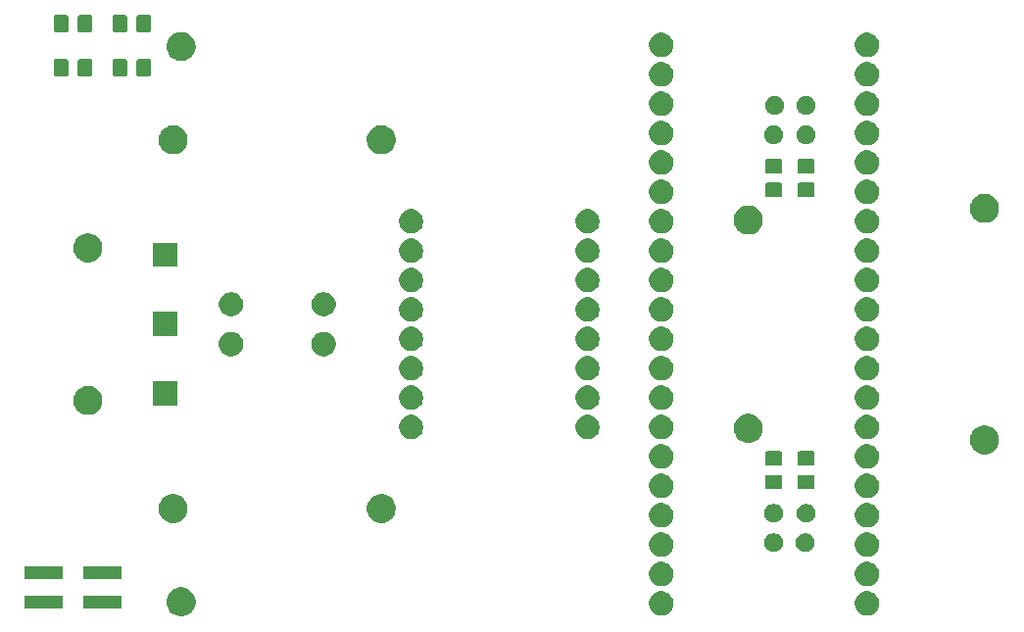
<source format=gbr>
G04 #@! TF.GenerationSoftware,KiCad,Pcbnew,(5.1.2)-2*
G04 #@! TF.CreationDate,2019-10-29T07:50:01+01:00*
G04 #@! TF.ProjectId,Alphabot2.0,416c7068-6162-46f7-9432-2e302e6b6963,1.0*
G04 #@! TF.SameCoordinates,Original*
G04 #@! TF.FileFunction,Soldermask,Top*
G04 #@! TF.FilePolarity,Negative*
%FSLAX46Y46*%
G04 Gerber Fmt 4.6, Leading zero omitted, Abs format (unit mm)*
G04 Created by KiCad (PCBNEW (5.1.2)-2) date 2019-10-29 07:50:01*
%MOMM*%
%LPD*%
G04 APERTURE LIST*
%ADD10C,0.100000*%
G04 APERTURE END LIST*
D10*
G36*
X108769903Y-122417075D02*
G01*
X108997571Y-122511378D01*
X109202466Y-122648285D01*
X109376715Y-122822534D01*
X109513622Y-123027429D01*
X109513623Y-123027431D01*
X109607925Y-123255097D01*
X109656000Y-123496786D01*
X109656000Y-123743214D01*
X109607925Y-123984903D01*
X109513622Y-124212571D01*
X109376715Y-124417466D01*
X109202466Y-124591715D01*
X108997571Y-124728622D01*
X108997570Y-124728623D01*
X108997569Y-124728623D01*
X108769903Y-124822925D01*
X108528214Y-124871000D01*
X108281786Y-124871000D01*
X108040097Y-124822925D01*
X107812431Y-124728623D01*
X107812430Y-124728623D01*
X107812429Y-124728622D01*
X107607534Y-124591715D01*
X107433285Y-124417466D01*
X107296378Y-124212571D01*
X107202075Y-123984903D01*
X107154000Y-123743214D01*
X107154000Y-123496786D01*
X107202075Y-123255097D01*
X107296377Y-123027431D01*
X107296378Y-123027429D01*
X107433285Y-122822534D01*
X107607534Y-122648285D01*
X107812429Y-122511378D01*
X108040097Y-122417075D01*
X108281786Y-122369000D01*
X108528214Y-122369000D01*
X108769903Y-122417075D01*
X108769903Y-122417075D01*
G37*
G36*
X167956564Y-122739389D02*
G01*
X168147833Y-122818615D01*
X168147835Y-122818616D01*
X168319973Y-122933635D01*
X168466365Y-123080027D01*
X168581385Y-123252167D01*
X168660611Y-123443436D01*
X168701000Y-123646484D01*
X168701000Y-123853516D01*
X168660611Y-124056564D01*
X168581385Y-124247833D01*
X168581384Y-124247835D01*
X168466365Y-124419973D01*
X168319973Y-124566365D01*
X168147835Y-124681384D01*
X168147834Y-124681385D01*
X168147833Y-124681385D01*
X167956564Y-124760611D01*
X167753516Y-124801000D01*
X167546484Y-124801000D01*
X167343436Y-124760611D01*
X167152167Y-124681385D01*
X167152166Y-124681385D01*
X167152165Y-124681384D01*
X166980027Y-124566365D01*
X166833635Y-124419973D01*
X166718616Y-124247835D01*
X166718615Y-124247833D01*
X166639389Y-124056564D01*
X166599000Y-123853516D01*
X166599000Y-123646484D01*
X166639389Y-123443436D01*
X166718615Y-123252167D01*
X166833635Y-123080027D01*
X166980027Y-122933635D01*
X167152165Y-122818616D01*
X167152167Y-122818615D01*
X167343436Y-122739389D01*
X167546484Y-122699000D01*
X167753516Y-122699000D01*
X167956564Y-122739389D01*
X167956564Y-122739389D01*
G37*
G36*
X150176564Y-122739389D02*
G01*
X150367833Y-122818615D01*
X150367835Y-122818616D01*
X150539973Y-122933635D01*
X150686365Y-123080027D01*
X150801385Y-123252167D01*
X150880611Y-123443436D01*
X150921000Y-123646484D01*
X150921000Y-123853516D01*
X150880611Y-124056564D01*
X150801385Y-124247833D01*
X150801384Y-124247835D01*
X150686365Y-124419973D01*
X150539973Y-124566365D01*
X150367835Y-124681384D01*
X150367834Y-124681385D01*
X150367833Y-124681385D01*
X150176564Y-124760611D01*
X149973516Y-124801000D01*
X149766484Y-124801000D01*
X149563436Y-124760611D01*
X149372167Y-124681385D01*
X149372166Y-124681385D01*
X149372165Y-124681384D01*
X149200027Y-124566365D01*
X149053635Y-124419973D01*
X148938616Y-124247835D01*
X148938615Y-124247833D01*
X148859389Y-124056564D01*
X148819000Y-123853516D01*
X148819000Y-123646484D01*
X148859389Y-123443436D01*
X148938615Y-123252167D01*
X149053635Y-123080027D01*
X149200027Y-122933635D01*
X149372165Y-122818616D01*
X149372167Y-122818615D01*
X149563436Y-122739389D01*
X149766484Y-122699000D01*
X149973516Y-122699000D01*
X150176564Y-122739389D01*
X150176564Y-122739389D01*
G37*
G36*
X103211000Y-124226000D02*
G01*
X99959000Y-124226000D01*
X99959000Y-123124000D01*
X103211000Y-123124000D01*
X103211000Y-124226000D01*
X103211000Y-124226000D01*
G37*
G36*
X98161000Y-124226000D02*
G01*
X94909000Y-124226000D01*
X94909000Y-123124000D01*
X98161000Y-123124000D01*
X98161000Y-124226000D01*
X98161000Y-124226000D01*
G37*
G36*
X150176564Y-120199389D02*
G01*
X150367833Y-120278615D01*
X150367835Y-120278616D01*
X150539973Y-120393635D01*
X150686365Y-120540027D01*
X150801385Y-120712167D01*
X150880611Y-120903436D01*
X150921000Y-121106484D01*
X150921000Y-121313516D01*
X150880611Y-121516564D01*
X150801385Y-121707833D01*
X150801384Y-121707835D01*
X150686365Y-121879973D01*
X150539973Y-122026365D01*
X150367835Y-122141384D01*
X150367834Y-122141385D01*
X150367833Y-122141385D01*
X150176564Y-122220611D01*
X149973516Y-122261000D01*
X149766484Y-122261000D01*
X149563436Y-122220611D01*
X149372167Y-122141385D01*
X149372166Y-122141385D01*
X149372165Y-122141384D01*
X149200027Y-122026365D01*
X149053635Y-121879973D01*
X148938616Y-121707835D01*
X148938615Y-121707833D01*
X148859389Y-121516564D01*
X148819000Y-121313516D01*
X148819000Y-121106484D01*
X148859389Y-120903436D01*
X148938615Y-120712167D01*
X149053635Y-120540027D01*
X149200027Y-120393635D01*
X149372165Y-120278616D01*
X149372167Y-120278615D01*
X149563436Y-120199389D01*
X149766484Y-120159000D01*
X149973516Y-120159000D01*
X150176564Y-120199389D01*
X150176564Y-120199389D01*
G37*
G36*
X167956564Y-120199389D02*
G01*
X168147833Y-120278615D01*
X168147835Y-120278616D01*
X168319973Y-120393635D01*
X168466365Y-120540027D01*
X168581385Y-120712167D01*
X168660611Y-120903436D01*
X168701000Y-121106484D01*
X168701000Y-121313516D01*
X168660611Y-121516564D01*
X168581385Y-121707833D01*
X168581384Y-121707835D01*
X168466365Y-121879973D01*
X168319973Y-122026365D01*
X168147835Y-122141384D01*
X168147834Y-122141385D01*
X168147833Y-122141385D01*
X167956564Y-122220611D01*
X167753516Y-122261000D01*
X167546484Y-122261000D01*
X167343436Y-122220611D01*
X167152167Y-122141385D01*
X167152166Y-122141385D01*
X167152165Y-122141384D01*
X166980027Y-122026365D01*
X166833635Y-121879973D01*
X166718616Y-121707835D01*
X166718615Y-121707833D01*
X166639389Y-121516564D01*
X166599000Y-121313516D01*
X166599000Y-121106484D01*
X166639389Y-120903436D01*
X166718615Y-120712167D01*
X166833635Y-120540027D01*
X166980027Y-120393635D01*
X167152165Y-120278616D01*
X167152167Y-120278615D01*
X167343436Y-120199389D01*
X167546484Y-120159000D01*
X167753516Y-120159000D01*
X167956564Y-120199389D01*
X167956564Y-120199389D01*
G37*
G36*
X103211000Y-121686000D02*
G01*
X99959000Y-121686000D01*
X99959000Y-120584000D01*
X103211000Y-120584000D01*
X103211000Y-121686000D01*
X103211000Y-121686000D01*
G37*
G36*
X98161000Y-121686000D02*
G01*
X94909000Y-121686000D01*
X94909000Y-120584000D01*
X98161000Y-120584000D01*
X98161000Y-121686000D01*
X98161000Y-121686000D01*
G37*
G36*
X167956564Y-117659389D02*
G01*
X168119316Y-117726803D01*
X168147835Y-117738616D01*
X168319973Y-117853635D01*
X168466365Y-118000027D01*
X168548840Y-118123459D01*
X168581385Y-118172167D01*
X168660611Y-118363436D01*
X168701000Y-118566484D01*
X168701000Y-118773516D01*
X168660611Y-118976564D01*
X168581385Y-119167833D01*
X168581384Y-119167835D01*
X168466365Y-119339973D01*
X168319973Y-119486365D01*
X168147835Y-119601384D01*
X168147834Y-119601385D01*
X168147833Y-119601385D01*
X167956564Y-119680611D01*
X167753516Y-119721000D01*
X167546484Y-119721000D01*
X167343436Y-119680611D01*
X167152167Y-119601385D01*
X167152166Y-119601385D01*
X167152165Y-119601384D01*
X166980027Y-119486365D01*
X166833635Y-119339973D01*
X166718616Y-119167835D01*
X166718615Y-119167833D01*
X166639389Y-118976564D01*
X166599000Y-118773516D01*
X166599000Y-118566484D01*
X166639389Y-118363436D01*
X166718615Y-118172167D01*
X166751161Y-118123459D01*
X166833635Y-118000027D01*
X166980027Y-117853635D01*
X167152165Y-117738616D01*
X167180684Y-117726803D01*
X167343436Y-117659389D01*
X167546484Y-117619000D01*
X167753516Y-117619000D01*
X167956564Y-117659389D01*
X167956564Y-117659389D01*
G37*
G36*
X150176564Y-117659389D02*
G01*
X150339316Y-117726803D01*
X150367835Y-117738616D01*
X150539973Y-117853635D01*
X150686365Y-118000027D01*
X150768840Y-118123459D01*
X150801385Y-118172167D01*
X150880611Y-118363436D01*
X150921000Y-118566484D01*
X150921000Y-118773516D01*
X150880611Y-118976564D01*
X150801385Y-119167833D01*
X150801384Y-119167835D01*
X150686365Y-119339973D01*
X150539973Y-119486365D01*
X150367835Y-119601384D01*
X150367834Y-119601385D01*
X150367833Y-119601385D01*
X150176564Y-119680611D01*
X149973516Y-119721000D01*
X149766484Y-119721000D01*
X149563436Y-119680611D01*
X149372167Y-119601385D01*
X149372166Y-119601385D01*
X149372165Y-119601384D01*
X149200027Y-119486365D01*
X149053635Y-119339973D01*
X148938616Y-119167835D01*
X148938615Y-119167833D01*
X148859389Y-118976564D01*
X148819000Y-118773516D01*
X148819000Y-118566484D01*
X148859389Y-118363436D01*
X148938615Y-118172167D01*
X148971161Y-118123459D01*
X149053635Y-118000027D01*
X149200027Y-117853635D01*
X149372165Y-117738616D01*
X149400684Y-117726803D01*
X149563436Y-117659389D01*
X149766484Y-117619000D01*
X149973516Y-117619000D01*
X150176564Y-117659389D01*
X150176564Y-117659389D01*
G37*
G36*
X162560082Y-117726802D02*
G01*
X162708041Y-117788089D01*
X162841195Y-117877059D01*
X162954441Y-117990305D01*
X163043411Y-118123459D01*
X163104698Y-118271418D01*
X163135940Y-118428485D01*
X163135940Y-118588635D01*
X163104698Y-118745702D01*
X163043411Y-118893661D01*
X162954441Y-119026815D01*
X162841195Y-119140061D01*
X162708041Y-119229031D01*
X162560082Y-119290318D01*
X162403015Y-119321560D01*
X162242865Y-119321560D01*
X162085798Y-119290318D01*
X161937839Y-119229031D01*
X161804685Y-119140061D01*
X161691439Y-119026815D01*
X161602469Y-118893661D01*
X161541182Y-118745702D01*
X161509940Y-118588635D01*
X161509940Y-118428485D01*
X161541182Y-118271418D01*
X161602469Y-118123459D01*
X161691439Y-117990305D01*
X161804685Y-117877059D01*
X161937839Y-117788089D01*
X162085798Y-117726802D01*
X162242865Y-117695560D01*
X162403015Y-117695560D01*
X162560082Y-117726802D01*
X162560082Y-117726802D01*
G37*
G36*
X159840082Y-117726802D02*
G01*
X159988041Y-117788089D01*
X160121195Y-117877059D01*
X160234441Y-117990305D01*
X160323411Y-118123459D01*
X160384698Y-118271418D01*
X160415940Y-118428485D01*
X160415940Y-118588635D01*
X160384698Y-118745702D01*
X160323411Y-118893661D01*
X160234441Y-119026815D01*
X160121195Y-119140061D01*
X159988041Y-119229031D01*
X159840082Y-119290318D01*
X159683015Y-119321560D01*
X159522865Y-119321560D01*
X159365798Y-119290318D01*
X159217839Y-119229031D01*
X159084685Y-119140061D01*
X158971439Y-119026815D01*
X158882469Y-118893661D01*
X158821182Y-118745702D01*
X158789940Y-118588635D01*
X158789940Y-118428485D01*
X158821182Y-118271418D01*
X158882469Y-118123459D01*
X158971439Y-117990305D01*
X159084685Y-117877059D01*
X159217839Y-117788089D01*
X159365798Y-117726802D01*
X159522865Y-117695560D01*
X159683015Y-117695560D01*
X159840082Y-117726802D01*
X159840082Y-117726802D01*
G37*
G36*
X150176564Y-115119389D02*
G01*
X150339316Y-115186803D01*
X150367835Y-115198616D01*
X150539973Y-115313635D01*
X150686365Y-115460027D01*
X150768840Y-115583459D01*
X150801385Y-115632167D01*
X150880611Y-115823436D01*
X150921000Y-116026484D01*
X150921000Y-116233516D01*
X150880611Y-116436564D01*
X150801385Y-116627833D01*
X150801384Y-116627835D01*
X150686365Y-116799973D01*
X150539973Y-116946365D01*
X150367835Y-117061384D01*
X150367834Y-117061385D01*
X150367833Y-117061385D01*
X150176564Y-117140611D01*
X149973516Y-117181000D01*
X149766484Y-117181000D01*
X149563436Y-117140611D01*
X149372167Y-117061385D01*
X149372166Y-117061385D01*
X149372165Y-117061384D01*
X149200027Y-116946365D01*
X149053635Y-116799973D01*
X148938616Y-116627835D01*
X148938615Y-116627833D01*
X148859389Y-116436564D01*
X148819000Y-116233516D01*
X148819000Y-116026484D01*
X148859389Y-115823436D01*
X148938615Y-115632167D01*
X148971161Y-115583459D01*
X149053635Y-115460027D01*
X149200027Y-115313635D01*
X149372165Y-115198616D01*
X149400684Y-115186803D01*
X149563436Y-115119389D01*
X149766484Y-115079000D01*
X149973516Y-115079000D01*
X150176564Y-115119389D01*
X150176564Y-115119389D01*
G37*
G36*
X167956564Y-115119389D02*
G01*
X168119316Y-115186803D01*
X168147835Y-115198616D01*
X168319973Y-115313635D01*
X168466365Y-115460027D01*
X168548840Y-115583459D01*
X168581385Y-115632167D01*
X168660611Y-115823436D01*
X168701000Y-116026484D01*
X168701000Y-116233516D01*
X168660611Y-116436564D01*
X168581385Y-116627833D01*
X168581384Y-116627835D01*
X168466365Y-116799973D01*
X168319973Y-116946365D01*
X168147835Y-117061384D01*
X168147834Y-117061385D01*
X168147833Y-117061385D01*
X167956564Y-117140611D01*
X167753516Y-117181000D01*
X167546484Y-117181000D01*
X167343436Y-117140611D01*
X167152167Y-117061385D01*
X167152166Y-117061385D01*
X167152165Y-117061384D01*
X166980027Y-116946365D01*
X166833635Y-116799973D01*
X166718616Y-116627835D01*
X166718615Y-116627833D01*
X166639389Y-116436564D01*
X166599000Y-116233516D01*
X166599000Y-116026484D01*
X166639389Y-115823436D01*
X166718615Y-115632167D01*
X166751161Y-115583459D01*
X166833635Y-115460027D01*
X166980027Y-115313635D01*
X167152165Y-115198616D01*
X167180684Y-115186803D01*
X167343436Y-115119389D01*
X167546484Y-115079000D01*
X167753516Y-115079000D01*
X167956564Y-115119389D01*
X167956564Y-115119389D01*
G37*
G36*
X108074903Y-114347075D02*
G01*
X108302571Y-114441378D01*
X108507466Y-114578285D01*
X108681715Y-114752534D01*
X108681716Y-114752536D01*
X108818623Y-114957431D01*
X108912925Y-115185097D01*
X108961000Y-115426786D01*
X108961000Y-115673214D01*
X108912925Y-115914903D01*
X108857532Y-116048635D01*
X108818622Y-116142571D01*
X108681715Y-116347466D01*
X108507466Y-116521715D01*
X108302571Y-116658622D01*
X108302570Y-116658623D01*
X108302569Y-116658623D01*
X108074903Y-116752925D01*
X107833214Y-116801000D01*
X107586786Y-116801000D01*
X107345097Y-116752925D01*
X107117431Y-116658623D01*
X107117430Y-116658623D01*
X107117429Y-116658622D01*
X106912534Y-116521715D01*
X106738285Y-116347466D01*
X106601378Y-116142571D01*
X106562469Y-116048635D01*
X106507075Y-115914903D01*
X106459000Y-115673214D01*
X106459000Y-115426786D01*
X106507075Y-115185097D01*
X106601377Y-114957431D01*
X106738284Y-114752536D01*
X106738285Y-114752534D01*
X106912534Y-114578285D01*
X107117429Y-114441378D01*
X107345097Y-114347075D01*
X107586786Y-114299000D01*
X107833214Y-114299000D01*
X108074903Y-114347075D01*
X108074903Y-114347075D01*
G37*
G36*
X126074903Y-114347075D02*
G01*
X126302571Y-114441378D01*
X126507466Y-114578285D01*
X126681715Y-114752534D01*
X126681716Y-114752536D01*
X126818623Y-114957431D01*
X126912925Y-115185097D01*
X126961000Y-115426786D01*
X126961000Y-115673214D01*
X126912925Y-115914903D01*
X126857532Y-116048635D01*
X126818622Y-116142571D01*
X126681715Y-116347466D01*
X126507466Y-116521715D01*
X126302571Y-116658622D01*
X126302570Y-116658623D01*
X126302569Y-116658623D01*
X126074903Y-116752925D01*
X125833214Y-116801000D01*
X125586786Y-116801000D01*
X125345097Y-116752925D01*
X125117431Y-116658623D01*
X125117430Y-116658623D01*
X125117429Y-116658622D01*
X124912534Y-116521715D01*
X124738285Y-116347466D01*
X124601378Y-116142571D01*
X124562469Y-116048635D01*
X124507075Y-115914903D01*
X124459000Y-115673214D01*
X124459000Y-115426786D01*
X124507075Y-115185097D01*
X124601377Y-114957431D01*
X124738284Y-114752536D01*
X124738285Y-114752534D01*
X124912534Y-114578285D01*
X125117429Y-114441378D01*
X125345097Y-114347075D01*
X125586786Y-114299000D01*
X125833214Y-114299000D01*
X126074903Y-114347075D01*
X126074903Y-114347075D01*
G37*
G36*
X159840082Y-115186802D02*
G01*
X159988041Y-115248089D01*
X160121195Y-115337059D01*
X160234441Y-115450305D01*
X160323411Y-115583459D01*
X160384698Y-115731418D01*
X160415940Y-115888485D01*
X160415940Y-116048635D01*
X160384698Y-116205702D01*
X160323411Y-116353661D01*
X160234441Y-116486815D01*
X160121195Y-116600061D01*
X159988041Y-116689031D01*
X159840082Y-116750318D01*
X159683015Y-116781560D01*
X159522865Y-116781560D01*
X159365798Y-116750318D01*
X159217839Y-116689031D01*
X159084685Y-116600061D01*
X158971439Y-116486815D01*
X158882469Y-116353661D01*
X158821182Y-116205702D01*
X158789940Y-116048635D01*
X158789940Y-115888485D01*
X158821182Y-115731418D01*
X158882469Y-115583459D01*
X158971439Y-115450305D01*
X159084685Y-115337059D01*
X159217839Y-115248089D01*
X159365798Y-115186802D01*
X159522865Y-115155560D01*
X159683015Y-115155560D01*
X159840082Y-115186802D01*
X159840082Y-115186802D01*
G37*
G36*
X162640082Y-115186802D02*
G01*
X162788041Y-115248089D01*
X162921195Y-115337059D01*
X163034441Y-115450305D01*
X163123411Y-115583459D01*
X163184698Y-115731418D01*
X163215940Y-115888485D01*
X163215940Y-116048635D01*
X163184698Y-116205702D01*
X163123411Y-116353661D01*
X163034441Y-116486815D01*
X162921195Y-116600061D01*
X162788041Y-116689031D01*
X162640082Y-116750318D01*
X162483015Y-116781560D01*
X162322865Y-116781560D01*
X162165798Y-116750318D01*
X162017839Y-116689031D01*
X161884685Y-116600061D01*
X161771439Y-116486815D01*
X161682469Y-116353661D01*
X161621182Y-116205702D01*
X161589940Y-116048635D01*
X161589940Y-115888485D01*
X161621182Y-115731418D01*
X161682469Y-115583459D01*
X161771439Y-115450305D01*
X161884685Y-115337059D01*
X162017839Y-115248089D01*
X162165798Y-115186802D01*
X162322865Y-115155560D01*
X162483015Y-115155560D01*
X162640082Y-115186802D01*
X162640082Y-115186802D01*
G37*
G36*
X167956564Y-112579389D02*
G01*
X168147833Y-112658615D01*
X168147835Y-112658616D01*
X168237784Y-112718718D01*
X168319973Y-112773635D01*
X168466365Y-112920027D01*
X168581385Y-113092167D01*
X168660611Y-113283436D01*
X168701000Y-113486484D01*
X168701000Y-113693516D01*
X168660611Y-113896564D01*
X168581385Y-114087833D01*
X168581384Y-114087835D01*
X168466365Y-114259973D01*
X168319973Y-114406365D01*
X168147835Y-114521384D01*
X168147834Y-114521385D01*
X168147833Y-114521385D01*
X167956564Y-114600611D01*
X167753516Y-114641000D01*
X167546484Y-114641000D01*
X167343436Y-114600611D01*
X167152167Y-114521385D01*
X167152166Y-114521385D01*
X167152165Y-114521384D01*
X166980027Y-114406365D01*
X166833635Y-114259973D01*
X166718616Y-114087835D01*
X166718615Y-114087833D01*
X166639389Y-113896564D01*
X166599000Y-113693516D01*
X166599000Y-113486484D01*
X166639389Y-113283436D01*
X166718615Y-113092167D01*
X166833635Y-112920027D01*
X166980027Y-112773635D01*
X167062216Y-112718718D01*
X167152165Y-112658616D01*
X167152167Y-112658615D01*
X167343436Y-112579389D01*
X167546484Y-112539000D01*
X167753516Y-112539000D01*
X167956564Y-112579389D01*
X167956564Y-112579389D01*
G37*
G36*
X150176564Y-112579389D02*
G01*
X150367833Y-112658615D01*
X150367835Y-112658616D01*
X150457784Y-112718718D01*
X150539973Y-112773635D01*
X150686365Y-112920027D01*
X150801385Y-113092167D01*
X150880611Y-113283436D01*
X150921000Y-113486484D01*
X150921000Y-113693516D01*
X150880611Y-113896564D01*
X150801385Y-114087833D01*
X150801384Y-114087835D01*
X150686365Y-114259973D01*
X150539973Y-114406365D01*
X150367835Y-114521384D01*
X150367834Y-114521385D01*
X150367833Y-114521385D01*
X150176564Y-114600611D01*
X149973516Y-114641000D01*
X149766484Y-114641000D01*
X149563436Y-114600611D01*
X149372167Y-114521385D01*
X149372166Y-114521385D01*
X149372165Y-114521384D01*
X149200027Y-114406365D01*
X149053635Y-114259973D01*
X148938616Y-114087835D01*
X148938615Y-114087833D01*
X148859389Y-113896564D01*
X148819000Y-113693516D01*
X148819000Y-113486484D01*
X148859389Y-113283436D01*
X148938615Y-113092167D01*
X149053635Y-112920027D01*
X149200027Y-112773635D01*
X149282216Y-112718718D01*
X149372165Y-112658616D01*
X149372167Y-112658615D01*
X149563436Y-112579389D01*
X149766484Y-112539000D01*
X149973516Y-112539000D01*
X150176564Y-112579389D01*
X150176564Y-112579389D01*
G37*
G36*
X160188674Y-112643465D02*
G01*
X160226367Y-112654899D01*
X160261103Y-112673466D01*
X160291548Y-112698452D01*
X160316534Y-112728897D01*
X160335101Y-112763633D01*
X160346535Y-112801326D01*
X160351000Y-112846661D01*
X160351000Y-113683339D01*
X160346535Y-113728674D01*
X160335101Y-113766367D01*
X160316534Y-113801103D01*
X160291548Y-113831548D01*
X160261103Y-113856534D01*
X160226367Y-113875101D01*
X160188674Y-113886535D01*
X160143339Y-113891000D01*
X159056661Y-113891000D01*
X159011326Y-113886535D01*
X158973633Y-113875101D01*
X158938897Y-113856534D01*
X158908452Y-113831548D01*
X158883466Y-113801103D01*
X158864899Y-113766367D01*
X158853465Y-113728674D01*
X158849000Y-113683339D01*
X158849000Y-112846661D01*
X158853465Y-112801326D01*
X158864899Y-112763633D01*
X158883466Y-112728897D01*
X158908452Y-112698452D01*
X158938897Y-112673466D01*
X158973633Y-112654899D01*
X159011326Y-112643465D01*
X159056661Y-112639000D01*
X160143339Y-112639000D01*
X160188674Y-112643465D01*
X160188674Y-112643465D01*
G37*
G36*
X162988674Y-112643465D02*
G01*
X163026367Y-112654899D01*
X163061103Y-112673466D01*
X163091548Y-112698452D01*
X163116534Y-112728897D01*
X163135101Y-112763633D01*
X163146535Y-112801326D01*
X163151000Y-112846661D01*
X163151000Y-113683339D01*
X163146535Y-113728674D01*
X163135101Y-113766367D01*
X163116534Y-113801103D01*
X163091548Y-113831548D01*
X163061103Y-113856534D01*
X163026367Y-113875101D01*
X162988674Y-113886535D01*
X162943339Y-113891000D01*
X161856661Y-113891000D01*
X161811326Y-113886535D01*
X161773633Y-113875101D01*
X161738897Y-113856534D01*
X161708452Y-113831548D01*
X161683466Y-113801103D01*
X161664899Y-113766367D01*
X161653465Y-113728674D01*
X161649000Y-113683339D01*
X161649000Y-112846661D01*
X161653465Y-112801326D01*
X161664899Y-112763633D01*
X161683466Y-112728897D01*
X161708452Y-112698452D01*
X161738897Y-112673466D01*
X161773633Y-112654899D01*
X161811326Y-112643465D01*
X161856661Y-112639000D01*
X162943339Y-112639000D01*
X162988674Y-112643465D01*
X162988674Y-112643465D01*
G37*
G36*
X150176564Y-110039389D02*
G01*
X150367833Y-110118615D01*
X150367835Y-110118616D01*
X150539973Y-110233635D01*
X150686365Y-110380027D01*
X150801385Y-110552167D01*
X150880611Y-110743436D01*
X150921000Y-110946484D01*
X150921000Y-111153516D01*
X150880611Y-111356564D01*
X150801385Y-111547833D01*
X150801384Y-111547835D01*
X150686365Y-111719973D01*
X150539973Y-111866365D01*
X150367835Y-111981384D01*
X150367834Y-111981385D01*
X150367833Y-111981385D01*
X150176564Y-112060611D01*
X149973516Y-112101000D01*
X149766484Y-112101000D01*
X149563436Y-112060611D01*
X149372167Y-111981385D01*
X149372166Y-111981385D01*
X149372165Y-111981384D01*
X149200027Y-111866365D01*
X149053635Y-111719973D01*
X148938616Y-111547835D01*
X148938615Y-111547833D01*
X148859389Y-111356564D01*
X148819000Y-111153516D01*
X148819000Y-110946484D01*
X148859389Y-110743436D01*
X148938615Y-110552167D01*
X149053635Y-110380027D01*
X149200027Y-110233635D01*
X149372165Y-110118616D01*
X149372167Y-110118615D01*
X149563436Y-110039389D01*
X149766484Y-109999000D01*
X149973516Y-109999000D01*
X150176564Y-110039389D01*
X150176564Y-110039389D01*
G37*
G36*
X167956564Y-110039389D02*
G01*
X168147833Y-110118615D01*
X168147835Y-110118616D01*
X168319973Y-110233635D01*
X168466365Y-110380027D01*
X168581385Y-110552167D01*
X168660611Y-110743436D01*
X168701000Y-110946484D01*
X168701000Y-111153516D01*
X168660611Y-111356564D01*
X168581385Y-111547833D01*
X168581384Y-111547835D01*
X168466365Y-111719973D01*
X168319973Y-111866365D01*
X168147835Y-111981384D01*
X168147834Y-111981385D01*
X168147833Y-111981385D01*
X167956564Y-112060611D01*
X167753516Y-112101000D01*
X167546484Y-112101000D01*
X167343436Y-112060611D01*
X167152167Y-111981385D01*
X167152166Y-111981385D01*
X167152165Y-111981384D01*
X166980027Y-111866365D01*
X166833635Y-111719973D01*
X166718616Y-111547835D01*
X166718615Y-111547833D01*
X166639389Y-111356564D01*
X166599000Y-111153516D01*
X166599000Y-110946484D01*
X166639389Y-110743436D01*
X166718615Y-110552167D01*
X166833635Y-110380027D01*
X166980027Y-110233635D01*
X167152165Y-110118616D01*
X167152167Y-110118615D01*
X167343436Y-110039389D01*
X167546484Y-109999000D01*
X167753516Y-109999000D01*
X167956564Y-110039389D01*
X167956564Y-110039389D01*
G37*
G36*
X160188674Y-110593465D02*
G01*
X160226367Y-110604899D01*
X160261103Y-110623466D01*
X160291548Y-110648452D01*
X160316534Y-110678897D01*
X160335101Y-110713633D01*
X160346535Y-110751326D01*
X160351000Y-110796661D01*
X160351000Y-111633339D01*
X160346535Y-111678674D01*
X160335101Y-111716367D01*
X160316534Y-111751103D01*
X160291548Y-111781548D01*
X160261103Y-111806534D01*
X160226367Y-111825101D01*
X160188674Y-111836535D01*
X160143339Y-111841000D01*
X159056661Y-111841000D01*
X159011326Y-111836535D01*
X158973633Y-111825101D01*
X158938897Y-111806534D01*
X158908452Y-111781548D01*
X158883466Y-111751103D01*
X158864899Y-111716367D01*
X158853465Y-111678674D01*
X158849000Y-111633339D01*
X158849000Y-110796661D01*
X158853465Y-110751326D01*
X158864899Y-110713633D01*
X158883466Y-110678897D01*
X158908452Y-110648452D01*
X158938897Y-110623466D01*
X158973633Y-110604899D01*
X159011326Y-110593465D01*
X159056661Y-110589000D01*
X160143339Y-110589000D01*
X160188674Y-110593465D01*
X160188674Y-110593465D01*
G37*
G36*
X162988674Y-110593465D02*
G01*
X163026367Y-110604899D01*
X163061103Y-110623466D01*
X163091548Y-110648452D01*
X163116534Y-110678897D01*
X163135101Y-110713633D01*
X163146535Y-110751326D01*
X163151000Y-110796661D01*
X163151000Y-111633339D01*
X163146535Y-111678674D01*
X163135101Y-111716367D01*
X163116534Y-111751103D01*
X163091548Y-111781548D01*
X163061103Y-111806534D01*
X163026367Y-111825101D01*
X162988674Y-111836535D01*
X162943339Y-111841000D01*
X161856661Y-111841000D01*
X161811326Y-111836535D01*
X161773633Y-111825101D01*
X161738897Y-111806534D01*
X161708452Y-111781548D01*
X161683466Y-111751103D01*
X161664899Y-111716367D01*
X161653465Y-111678674D01*
X161649000Y-111633339D01*
X161649000Y-110796661D01*
X161653465Y-110751326D01*
X161664899Y-110713633D01*
X161683466Y-110678897D01*
X161708452Y-110648452D01*
X161738897Y-110623466D01*
X161773633Y-110604899D01*
X161811326Y-110593465D01*
X161856661Y-110589000D01*
X162943339Y-110589000D01*
X162988674Y-110593465D01*
X162988674Y-110593465D01*
G37*
G36*
X178174903Y-108417075D02*
G01*
X178402571Y-108511378D01*
X178607466Y-108648285D01*
X178781715Y-108822534D01*
X178918622Y-109027429D01*
X179012925Y-109255097D01*
X179061000Y-109496787D01*
X179061000Y-109743213D01*
X179012925Y-109984903D01*
X178918622Y-110212571D01*
X178781715Y-110417466D01*
X178607466Y-110591715D01*
X178402571Y-110728622D01*
X178402570Y-110728623D01*
X178402569Y-110728623D01*
X178174903Y-110822925D01*
X177933214Y-110871000D01*
X177686786Y-110871000D01*
X177445097Y-110822925D01*
X177217431Y-110728623D01*
X177217430Y-110728623D01*
X177217429Y-110728622D01*
X177012534Y-110591715D01*
X176838285Y-110417466D01*
X176701378Y-110212571D01*
X176607075Y-109984903D01*
X176559000Y-109743213D01*
X176559000Y-109496787D01*
X176607075Y-109255097D01*
X176701378Y-109027429D01*
X176838285Y-108822534D01*
X177012534Y-108648285D01*
X177217429Y-108511378D01*
X177445097Y-108417075D01*
X177686786Y-108369000D01*
X177933214Y-108369000D01*
X178174903Y-108417075D01*
X178174903Y-108417075D01*
G37*
G36*
X157769903Y-107417075D02*
G01*
X157968630Y-107499390D01*
X157997571Y-107511378D01*
X158202466Y-107648285D01*
X158376715Y-107822534D01*
X158376716Y-107822536D01*
X158513623Y-108027431D01*
X158607925Y-108255097D01*
X158656000Y-108496786D01*
X158656000Y-108743214D01*
X158640222Y-108822534D01*
X158607925Y-108984903D01*
X158513622Y-109212571D01*
X158376715Y-109417466D01*
X158202466Y-109591715D01*
X157997571Y-109728622D01*
X157997570Y-109728623D01*
X157997569Y-109728623D01*
X157769903Y-109822925D01*
X157528214Y-109871000D01*
X157281786Y-109871000D01*
X157040097Y-109822925D01*
X156812431Y-109728623D01*
X156812430Y-109728623D01*
X156812429Y-109728622D01*
X156607534Y-109591715D01*
X156433285Y-109417466D01*
X156296378Y-109212571D01*
X156202075Y-108984903D01*
X156169778Y-108822534D01*
X156154000Y-108743214D01*
X156154000Y-108496786D01*
X156202075Y-108255097D01*
X156296377Y-108027431D01*
X156433284Y-107822536D01*
X156433285Y-107822534D01*
X156607534Y-107648285D01*
X156812429Y-107511378D01*
X156841371Y-107499390D01*
X157040097Y-107417075D01*
X157281786Y-107369000D01*
X157528214Y-107369000D01*
X157769903Y-107417075D01*
X157769903Y-107417075D01*
G37*
G36*
X167956564Y-107499389D02*
G01*
X168147833Y-107578615D01*
X168147835Y-107578616D01*
X168252100Y-107648284D01*
X168319973Y-107693635D01*
X168466365Y-107840027D01*
X168581385Y-108012167D01*
X168660611Y-108203436D01*
X168701000Y-108406484D01*
X168701000Y-108613516D01*
X168660611Y-108816564D01*
X168658138Y-108822534D01*
X168581384Y-109007835D01*
X168466365Y-109179973D01*
X168319973Y-109326365D01*
X168147835Y-109441384D01*
X168147834Y-109441385D01*
X168147833Y-109441385D01*
X167956564Y-109520611D01*
X167753516Y-109561000D01*
X167546484Y-109561000D01*
X167343436Y-109520611D01*
X167152167Y-109441385D01*
X167152166Y-109441385D01*
X167152165Y-109441384D01*
X166980027Y-109326365D01*
X166833635Y-109179973D01*
X166718616Y-109007835D01*
X166641862Y-108822534D01*
X166639389Y-108816564D01*
X166599000Y-108613516D01*
X166599000Y-108406484D01*
X166639389Y-108203436D01*
X166718615Y-108012167D01*
X166833635Y-107840027D01*
X166980027Y-107693635D01*
X167047900Y-107648284D01*
X167152165Y-107578616D01*
X167152167Y-107578615D01*
X167343436Y-107499389D01*
X167546484Y-107459000D01*
X167753516Y-107459000D01*
X167956564Y-107499389D01*
X167956564Y-107499389D01*
G37*
G36*
X150176564Y-107499389D02*
G01*
X150367833Y-107578615D01*
X150367835Y-107578616D01*
X150472100Y-107648284D01*
X150539973Y-107693635D01*
X150686365Y-107840027D01*
X150801385Y-108012167D01*
X150880611Y-108203436D01*
X150921000Y-108406484D01*
X150921000Y-108613516D01*
X150880611Y-108816564D01*
X150878138Y-108822534D01*
X150801384Y-109007835D01*
X150686365Y-109179973D01*
X150539973Y-109326365D01*
X150367835Y-109441384D01*
X150367834Y-109441385D01*
X150367833Y-109441385D01*
X150176564Y-109520611D01*
X149973516Y-109561000D01*
X149766484Y-109561000D01*
X149563436Y-109520611D01*
X149372167Y-109441385D01*
X149372166Y-109441385D01*
X149372165Y-109441384D01*
X149200027Y-109326365D01*
X149053635Y-109179973D01*
X148938616Y-109007835D01*
X148861862Y-108822534D01*
X148859389Y-108816564D01*
X148819000Y-108613516D01*
X148819000Y-108406484D01*
X148859389Y-108203436D01*
X148938615Y-108012167D01*
X149053635Y-107840027D01*
X149200027Y-107693635D01*
X149267900Y-107648284D01*
X149372165Y-107578616D01*
X149372167Y-107578615D01*
X149563436Y-107499389D01*
X149766484Y-107459000D01*
X149973516Y-107459000D01*
X150176564Y-107499389D01*
X150176564Y-107499389D01*
G37*
G36*
X143816564Y-107499389D02*
G01*
X144007833Y-107578615D01*
X144007835Y-107578616D01*
X144112100Y-107648284D01*
X144179973Y-107693635D01*
X144326365Y-107840027D01*
X144441385Y-108012167D01*
X144520611Y-108203436D01*
X144561000Y-108406484D01*
X144561000Y-108613516D01*
X144520611Y-108816564D01*
X144518138Y-108822534D01*
X144441384Y-109007835D01*
X144326365Y-109179973D01*
X144179973Y-109326365D01*
X144007835Y-109441384D01*
X144007834Y-109441385D01*
X144007833Y-109441385D01*
X143816564Y-109520611D01*
X143613516Y-109561000D01*
X143406484Y-109561000D01*
X143203436Y-109520611D01*
X143012167Y-109441385D01*
X143012166Y-109441385D01*
X143012165Y-109441384D01*
X142840027Y-109326365D01*
X142693635Y-109179973D01*
X142578616Y-109007835D01*
X142501862Y-108822534D01*
X142499389Y-108816564D01*
X142459000Y-108613516D01*
X142459000Y-108406484D01*
X142499389Y-108203436D01*
X142578615Y-108012167D01*
X142693635Y-107840027D01*
X142840027Y-107693635D01*
X142907900Y-107648284D01*
X143012165Y-107578616D01*
X143012167Y-107578615D01*
X143203436Y-107499389D01*
X143406484Y-107459000D01*
X143613516Y-107459000D01*
X143816564Y-107499389D01*
X143816564Y-107499389D01*
G37*
G36*
X128576564Y-107499389D02*
G01*
X128767833Y-107578615D01*
X128767835Y-107578616D01*
X128872100Y-107648284D01*
X128939973Y-107693635D01*
X129086365Y-107840027D01*
X129201385Y-108012167D01*
X129280611Y-108203436D01*
X129321000Y-108406484D01*
X129321000Y-108613516D01*
X129280611Y-108816564D01*
X129278138Y-108822534D01*
X129201384Y-109007835D01*
X129086365Y-109179973D01*
X128939973Y-109326365D01*
X128767835Y-109441384D01*
X128767834Y-109441385D01*
X128767833Y-109441385D01*
X128576564Y-109520611D01*
X128373516Y-109561000D01*
X128166484Y-109561000D01*
X127963436Y-109520611D01*
X127772167Y-109441385D01*
X127772166Y-109441385D01*
X127772165Y-109441384D01*
X127600027Y-109326365D01*
X127453635Y-109179973D01*
X127338616Y-109007835D01*
X127261862Y-108822534D01*
X127259389Y-108816564D01*
X127219000Y-108613516D01*
X127219000Y-108406484D01*
X127259389Y-108203436D01*
X127338615Y-108012167D01*
X127453635Y-107840027D01*
X127600027Y-107693635D01*
X127667900Y-107648284D01*
X127772165Y-107578616D01*
X127772167Y-107578615D01*
X127963436Y-107499389D01*
X128166484Y-107459000D01*
X128373516Y-107459000D01*
X128576564Y-107499389D01*
X128576564Y-107499389D01*
G37*
G36*
X100704903Y-105012075D02*
G01*
X100932571Y-105106378D01*
X101137466Y-105243285D01*
X101311715Y-105417534D01*
X101448622Y-105622429D01*
X101448623Y-105622431D01*
X101542925Y-105850097D01*
X101591000Y-106091786D01*
X101591000Y-106338214D01*
X101542925Y-106579903D01*
X101505192Y-106671000D01*
X101448622Y-106807571D01*
X101311715Y-107012466D01*
X101137466Y-107186715D01*
X100932571Y-107323622D01*
X100932570Y-107323623D01*
X100932569Y-107323623D01*
X100704903Y-107417925D01*
X100463214Y-107466000D01*
X100216786Y-107466000D01*
X99975097Y-107417925D01*
X99747431Y-107323623D01*
X99747430Y-107323623D01*
X99747429Y-107323622D01*
X99542534Y-107186715D01*
X99368285Y-107012466D01*
X99231378Y-106807571D01*
X99174809Y-106671000D01*
X99137075Y-106579903D01*
X99089000Y-106338214D01*
X99089000Y-106091786D01*
X99137075Y-105850097D01*
X99231377Y-105622431D01*
X99231378Y-105622429D01*
X99368285Y-105417534D01*
X99542534Y-105243285D01*
X99747429Y-105106378D01*
X99975097Y-105012075D01*
X100216786Y-104964000D01*
X100463214Y-104964000D01*
X100704903Y-105012075D01*
X100704903Y-105012075D01*
G37*
G36*
X167956564Y-104959389D02*
G01*
X168147833Y-105038615D01*
X168147835Y-105038616D01*
X168319973Y-105153635D01*
X168466365Y-105300027D01*
X168544881Y-105417534D01*
X168581385Y-105472167D01*
X168660611Y-105663436D01*
X168701000Y-105866484D01*
X168701000Y-106073516D01*
X168660611Y-106276564D01*
X168581385Y-106467833D01*
X168581384Y-106467835D01*
X168466365Y-106639973D01*
X168319973Y-106786365D01*
X168147835Y-106901384D01*
X168147834Y-106901385D01*
X168147833Y-106901385D01*
X167956564Y-106980611D01*
X167753516Y-107021000D01*
X167546484Y-107021000D01*
X167343436Y-106980611D01*
X167152167Y-106901385D01*
X167152166Y-106901385D01*
X167152165Y-106901384D01*
X166980027Y-106786365D01*
X166833635Y-106639973D01*
X166718616Y-106467835D01*
X166718615Y-106467833D01*
X166639389Y-106276564D01*
X166599000Y-106073516D01*
X166599000Y-105866484D01*
X166639389Y-105663436D01*
X166718615Y-105472167D01*
X166755120Y-105417534D01*
X166833635Y-105300027D01*
X166980027Y-105153635D01*
X167152165Y-105038616D01*
X167152167Y-105038615D01*
X167343436Y-104959389D01*
X167546484Y-104919000D01*
X167753516Y-104919000D01*
X167956564Y-104959389D01*
X167956564Y-104959389D01*
G37*
G36*
X150176564Y-104959389D02*
G01*
X150367833Y-105038615D01*
X150367835Y-105038616D01*
X150539973Y-105153635D01*
X150686365Y-105300027D01*
X150764881Y-105417534D01*
X150801385Y-105472167D01*
X150880611Y-105663436D01*
X150921000Y-105866484D01*
X150921000Y-106073516D01*
X150880611Y-106276564D01*
X150801385Y-106467833D01*
X150801384Y-106467835D01*
X150686365Y-106639973D01*
X150539973Y-106786365D01*
X150367835Y-106901384D01*
X150367834Y-106901385D01*
X150367833Y-106901385D01*
X150176564Y-106980611D01*
X149973516Y-107021000D01*
X149766484Y-107021000D01*
X149563436Y-106980611D01*
X149372167Y-106901385D01*
X149372166Y-106901385D01*
X149372165Y-106901384D01*
X149200027Y-106786365D01*
X149053635Y-106639973D01*
X148938616Y-106467835D01*
X148938615Y-106467833D01*
X148859389Y-106276564D01*
X148819000Y-106073516D01*
X148819000Y-105866484D01*
X148859389Y-105663436D01*
X148938615Y-105472167D01*
X148975120Y-105417534D01*
X149053635Y-105300027D01*
X149200027Y-105153635D01*
X149372165Y-105038616D01*
X149372167Y-105038615D01*
X149563436Y-104959389D01*
X149766484Y-104919000D01*
X149973516Y-104919000D01*
X150176564Y-104959389D01*
X150176564Y-104959389D01*
G37*
G36*
X128576564Y-104959389D02*
G01*
X128767833Y-105038615D01*
X128767835Y-105038616D01*
X128939973Y-105153635D01*
X129086365Y-105300027D01*
X129164881Y-105417534D01*
X129201385Y-105472167D01*
X129280611Y-105663436D01*
X129321000Y-105866484D01*
X129321000Y-106073516D01*
X129280611Y-106276564D01*
X129201385Y-106467833D01*
X129201384Y-106467835D01*
X129086365Y-106639973D01*
X128939973Y-106786365D01*
X128767835Y-106901384D01*
X128767834Y-106901385D01*
X128767833Y-106901385D01*
X128576564Y-106980611D01*
X128373516Y-107021000D01*
X128166484Y-107021000D01*
X127963436Y-106980611D01*
X127772167Y-106901385D01*
X127772166Y-106901385D01*
X127772165Y-106901384D01*
X127600027Y-106786365D01*
X127453635Y-106639973D01*
X127338616Y-106467835D01*
X127338615Y-106467833D01*
X127259389Y-106276564D01*
X127219000Y-106073516D01*
X127219000Y-105866484D01*
X127259389Y-105663436D01*
X127338615Y-105472167D01*
X127375120Y-105417534D01*
X127453635Y-105300027D01*
X127600027Y-105153635D01*
X127772165Y-105038616D01*
X127772167Y-105038615D01*
X127963436Y-104959389D01*
X128166484Y-104919000D01*
X128373516Y-104919000D01*
X128576564Y-104959389D01*
X128576564Y-104959389D01*
G37*
G36*
X143816564Y-104959389D02*
G01*
X144007833Y-105038615D01*
X144007835Y-105038616D01*
X144179973Y-105153635D01*
X144326365Y-105300027D01*
X144404881Y-105417534D01*
X144441385Y-105472167D01*
X144520611Y-105663436D01*
X144561000Y-105866484D01*
X144561000Y-106073516D01*
X144520611Y-106276564D01*
X144441385Y-106467833D01*
X144441384Y-106467835D01*
X144326365Y-106639973D01*
X144179973Y-106786365D01*
X144007835Y-106901384D01*
X144007834Y-106901385D01*
X144007833Y-106901385D01*
X143816564Y-106980611D01*
X143613516Y-107021000D01*
X143406484Y-107021000D01*
X143203436Y-106980611D01*
X143012167Y-106901385D01*
X143012166Y-106901385D01*
X143012165Y-106901384D01*
X142840027Y-106786365D01*
X142693635Y-106639973D01*
X142578616Y-106467835D01*
X142578615Y-106467833D01*
X142499389Y-106276564D01*
X142459000Y-106073516D01*
X142459000Y-105866484D01*
X142499389Y-105663436D01*
X142578615Y-105472167D01*
X142615120Y-105417534D01*
X142693635Y-105300027D01*
X142840027Y-105153635D01*
X143012165Y-105038616D01*
X143012167Y-105038615D01*
X143203436Y-104959389D01*
X143406484Y-104919000D01*
X143613516Y-104919000D01*
X143816564Y-104959389D01*
X143816564Y-104959389D01*
G37*
G36*
X108051000Y-106671000D02*
G01*
X105949000Y-106671000D01*
X105949000Y-104569000D01*
X108051000Y-104569000D01*
X108051000Y-106671000D01*
X108051000Y-106671000D01*
G37*
G36*
X143816564Y-102419389D02*
G01*
X144007833Y-102498615D01*
X144007835Y-102498616D01*
X144179973Y-102613635D01*
X144326365Y-102760027D01*
X144441385Y-102932167D01*
X144520611Y-103123436D01*
X144561000Y-103326484D01*
X144561000Y-103533516D01*
X144520611Y-103736564D01*
X144441385Y-103927833D01*
X144441384Y-103927835D01*
X144326365Y-104099973D01*
X144179973Y-104246365D01*
X144007835Y-104361384D01*
X144007834Y-104361385D01*
X144007833Y-104361385D01*
X143816564Y-104440611D01*
X143613516Y-104481000D01*
X143406484Y-104481000D01*
X143203436Y-104440611D01*
X143012167Y-104361385D01*
X143012166Y-104361385D01*
X143012165Y-104361384D01*
X142840027Y-104246365D01*
X142693635Y-104099973D01*
X142578616Y-103927835D01*
X142578615Y-103927833D01*
X142499389Y-103736564D01*
X142459000Y-103533516D01*
X142459000Y-103326484D01*
X142499389Y-103123436D01*
X142578615Y-102932167D01*
X142693635Y-102760027D01*
X142840027Y-102613635D01*
X143012165Y-102498616D01*
X143012167Y-102498615D01*
X143203436Y-102419389D01*
X143406484Y-102379000D01*
X143613516Y-102379000D01*
X143816564Y-102419389D01*
X143816564Y-102419389D01*
G37*
G36*
X128576564Y-102419389D02*
G01*
X128767833Y-102498615D01*
X128767835Y-102498616D01*
X128939973Y-102613635D01*
X129086365Y-102760027D01*
X129201385Y-102932167D01*
X129280611Y-103123436D01*
X129321000Y-103326484D01*
X129321000Y-103533516D01*
X129280611Y-103736564D01*
X129201385Y-103927833D01*
X129201384Y-103927835D01*
X129086365Y-104099973D01*
X128939973Y-104246365D01*
X128767835Y-104361384D01*
X128767834Y-104361385D01*
X128767833Y-104361385D01*
X128576564Y-104440611D01*
X128373516Y-104481000D01*
X128166484Y-104481000D01*
X127963436Y-104440611D01*
X127772167Y-104361385D01*
X127772166Y-104361385D01*
X127772165Y-104361384D01*
X127600027Y-104246365D01*
X127453635Y-104099973D01*
X127338616Y-103927835D01*
X127338615Y-103927833D01*
X127259389Y-103736564D01*
X127219000Y-103533516D01*
X127219000Y-103326484D01*
X127259389Y-103123436D01*
X127338615Y-102932167D01*
X127453635Y-102760027D01*
X127600027Y-102613635D01*
X127772165Y-102498616D01*
X127772167Y-102498615D01*
X127963436Y-102419389D01*
X128166484Y-102379000D01*
X128373516Y-102379000D01*
X128576564Y-102419389D01*
X128576564Y-102419389D01*
G37*
G36*
X167956564Y-102419389D02*
G01*
X168147833Y-102498615D01*
X168147835Y-102498616D01*
X168319973Y-102613635D01*
X168466365Y-102760027D01*
X168581385Y-102932167D01*
X168660611Y-103123436D01*
X168701000Y-103326484D01*
X168701000Y-103533516D01*
X168660611Y-103736564D01*
X168581385Y-103927833D01*
X168581384Y-103927835D01*
X168466365Y-104099973D01*
X168319973Y-104246365D01*
X168147835Y-104361384D01*
X168147834Y-104361385D01*
X168147833Y-104361385D01*
X167956564Y-104440611D01*
X167753516Y-104481000D01*
X167546484Y-104481000D01*
X167343436Y-104440611D01*
X167152167Y-104361385D01*
X167152166Y-104361385D01*
X167152165Y-104361384D01*
X166980027Y-104246365D01*
X166833635Y-104099973D01*
X166718616Y-103927835D01*
X166718615Y-103927833D01*
X166639389Y-103736564D01*
X166599000Y-103533516D01*
X166599000Y-103326484D01*
X166639389Y-103123436D01*
X166718615Y-102932167D01*
X166833635Y-102760027D01*
X166980027Y-102613635D01*
X167152165Y-102498616D01*
X167152167Y-102498615D01*
X167343436Y-102419389D01*
X167546484Y-102379000D01*
X167753516Y-102379000D01*
X167956564Y-102419389D01*
X167956564Y-102419389D01*
G37*
G36*
X150176564Y-102419389D02*
G01*
X150367833Y-102498615D01*
X150367835Y-102498616D01*
X150539973Y-102613635D01*
X150686365Y-102760027D01*
X150801385Y-102932167D01*
X150880611Y-103123436D01*
X150921000Y-103326484D01*
X150921000Y-103533516D01*
X150880611Y-103736564D01*
X150801385Y-103927833D01*
X150801384Y-103927835D01*
X150686365Y-104099973D01*
X150539973Y-104246365D01*
X150367835Y-104361384D01*
X150367834Y-104361385D01*
X150367833Y-104361385D01*
X150176564Y-104440611D01*
X149973516Y-104481000D01*
X149766484Y-104481000D01*
X149563436Y-104440611D01*
X149372167Y-104361385D01*
X149372166Y-104361385D01*
X149372165Y-104361384D01*
X149200027Y-104246365D01*
X149053635Y-104099973D01*
X148938616Y-103927835D01*
X148938615Y-103927833D01*
X148859389Y-103736564D01*
X148819000Y-103533516D01*
X148819000Y-103326484D01*
X148859389Y-103123436D01*
X148938615Y-102932167D01*
X149053635Y-102760027D01*
X149200027Y-102613635D01*
X149372165Y-102498616D01*
X149372167Y-102498615D01*
X149563436Y-102419389D01*
X149766484Y-102379000D01*
X149973516Y-102379000D01*
X150176564Y-102419389D01*
X150176564Y-102419389D01*
G37*
G36*
X121016564Y-100329389D02*
G01*
X121207833Y-100408615D01*
X121207835Y-100408616D01*
X121379973Y-100523635D01*
X121526365Y-100670027D01*
X121641385Y-100842167D01*
X121720611Y-101033436D01*
X121761000Y-101236484D01*
X121761000Y-101443516D01*
X121720611Y-101646564D01*
X121648198Y-101821384D01*
X121641384Y-101837835D01*
X121526365Y-102009973D01*
X121379973Y-102156365D01*
X121207835Y-102271384D01*
X121207834Y-102271385D01*
X121207833Y-102271385D01*
X121016564Y-102350611D01*
X120813516Y-102391000D01*
X120606484Y-102391000D01*
X120403436Y-102350611D01*
X120212167Y-102271385D01*
X120212166Y-102271385D01*
X120212165Y-102271384D01*
X120040027Y-102156365D01*
X119893635Y-102009973D01*
X119778616Y-101837835D01*
X119771802Y-101821384D01*
X119699389Y-101646564D01*
X119659000Y-101443516D01*
X119659000Y-101236484D01*
X119699389Y-101033436D01*
X119778615Y-100842167D01*
X119893635Y-100670027D01*
X120040027Y-100523635D01*
X120212165Y-100408616D01*
X120212167Y-100408615D01*
X120403436Y-100329389D01*
X120606484Y-100289000D01*
X120813516Y-100289000D01*
X121016564Y-100329389D01*
X121016564Y-100329389D01*
G37*
G36*
X113016564Y-100329389D02*
G01*
X113207833Y-100408615D01*
X113207835Y-100408616D01*
X113379973Y-100523635D01*
X113526365Y-100670027D01*
X113641385Y-100842167D01*
X113720611Y-101033436D01*
X113761000Y-101236484D01*
X113761000Y-101443516D01*
X113720611Y-101646564D01*
X113648198Y-101821384D01*
X113641384Y-101837835D01*
X113526365Y-102009973D01*
X113379973Y-102156365D01*
X113207835Y-102271384D01*
X113207834Y-102271385D01*
X113207833Y-102271385D01*
X113016564Y-102350611D01*
X112813516Y-102391000D01*
X112606484Y-102391000D01*
X112403436Y-102350611D01*
X112212167Y-102271385D01*
X112212166Y-102271385D01*
X112212165Y-102271384D01*
X112040027Y-102156365D01*
X111893635Y-102009973D01*
X111778616Y-101837835D01*
X111771802Y-101821384D01*
X111699389Y-101646564D01*
X111659000Y-101443516D01*
X111659000Y-101236484D01*
X111699389Y-101033436D01*
X111778615Y-100842167D01*
X111893635Y-100670027D01*
X112040027Y-100523635D01*
X112212165Y-100408616D01*
X112212167Y-100408615D01*
X112403436Y-100329389D01*
X112606484Y-100289000D01*
X112813516Y-100289000D01*
X113016564Y-100329389D01*
X113016564Y-100329389D01*
G37*
G36*
X143816564Y-99879389D02*
G01*
X144007833Y-99958615D01*
X144007835Y-99958616D01*
X144179973Y-100073635D01*
X144326365Y-100220027D01*
X144441385Y-100392167D01*
X144520611Y-100583436D01*
X144561000Y-100786484D01*
X144561000Y-100993516D01*
X144520611Y-101196564D01*
X144441385Y-101387833D01*
X144441384Y-101387835D01*
X144326365Y-101559973D01*
X144179973Y-101706365D01*
X144007835Y-101821384D01*
X144007834Y-101821385D01*
X144007833Y-101821385D01*
X143816564Y-101900611D01*
X143613516Y-101941000D01*
X143406484Y-101941000D01*
X143203436Y-101900611D01*
X143012167Y-101821385D01*
X143012166Y-101821385D01*
X143012165Y-101821384D01*
X142840027Y-101706365D01*
X142693635Y-101559973D01*
X142578616Y-101387835D01*
X142578615Y-101387833D01*
X142499389Y-101196564D01*
X142459000Y-100993516D01*
X142459000Y-100786484D01*
X142499389Y-100583436D01*
X142578615Y-100392167D01*
X142693635Y-100220027D01*
X142840027Y-100073635D01*
X143012165Y-99958616D01*
X143012167Y-99958615D01*
X143203436Y-99879389D01*
X143406484Y-99839000D01*
X143613516Y-99839000D01*
X143816564Y-99879389D01*
X143816564Y-99879389D01*
G37*
G36*
X167956564Y-99879389D02*
G01*
X168147833Y-99958615D01*
X168147835Y-99958616D01*
X168319973Y-100073635D01*
X168466365Y-100220027D01*
X168581385Y-100392167D01*
X168660611Y-100583436D01*
X168701000Y-100786484D01*
X168701000Y-100993516D01*
X168660611Y-101196564D01*
X168581385Y-101387833D01*
X168581384Y-101387835D01*
X168466365Y-101559973D01*
X168319973Y-101706365D01*
X168147835Y-101821384D01*
X168147834Y-101821385D01*
X168147833Y-101821385D01*
X167956564Y-101900611D01*
X167753516Y-101941000D01*
X167546484Y-101941000D01*
X167343436Y-101900611D01*
X167152167Y-101821385D01*
X167152166Y-101821385D01*
X167152165Y-101821384D01*
X166980027Y-101706365D01*
X166833635Y-101559973D01*
X166718616Y-101387835D01*
X166718615Y-101387833D01*
X166639389Y-101196564D01*
X166599000Y-100993516D01*
X166599000Y-100786484D01*
X166639389Y-100583436D01*
X166718615Y-100392167D01*
X166833635Y-100220027D01*
X166980027Y-100073635D01*
X167152165Y-99958616D01*
X167152167Y-99958615D01*
X167343436Y-99879389D01*
X167546484Y-99839000D01*
X167753516Y-99839000D01*
X167956564Y-99879389D01*
X167956564Y-99879389D01*
G37*
G36*
X128576564Y-99879389D02*
G01*
X128767833Y-99958615D01*
X128767835Y-99958616D01*
X128939973Y-100073635D01*
X129086365Y-100220027D01*
X129201385Y-100392167D01*
X129280611Y-100583436D01*
X129321000Y-100786484D01*
X129321000Y-100993516D01*
X129280611Y-101196564D01*
X129201385Y-101387833D01*
X129201384Y-101387835D01*
X129086365Y-101559973D01*
X128939973Y-101706365D01*
X128767835Y-101821384D01*
X128767834Y-101821385D01*
X128767833Y-101821385D01*
X128576564Y-101900611D01*
X128373516Y-101941000D01*
X128166484Y-101941000D01*
X127963436Y-101900611D01*
X127772167Y-101821385D01*
X127772166Y-101821385D01*
X127772165Y-101821384D01*
X127600027Y-101706365D01*
X127453635Y-101559973D01*
X127338616Y-101387835D01*
X127338615Y-101387833D01*
X127259389Y-101196564D01*
X127219000Y-100993516D01*
X127219000Y-100786484D01*
X127259389Y-100583436D01*
X127338615Y-100392167D01*
X127453635Y-100220027D01*
X127600027Y-100073635D01*
X127772165Y-99958616D01*
X127772167Y-99958615D01*
X127963436Y-99879389D01*
X128166484Y-99839000D01*
X128373516Y-99839000D01*
X128576564Y-99879389D01*
X128576564Y-99879389D01*
G37*
G36*
X150176564Y-99879389D02*
G01*
X150367833Y-99958615D01*
X150367835Y-99958616D01*
X150539973Y-100073635D01*
X150686365Y-100220027D01*
X150801385Y-100392167D01*
X150880611Y-100583436D01*
X150921000Y-100786484D01*
X150921000Y-100993516D01*
X150880611Y-101196564D01*
X150801385Y-101387833D01*
X150801384Y-101387835D01*
X150686365Y-101559973D01*
X150539973Y-101706365D01*
X150367835Y-101821384D01*
X150367834Y-101821385D01*
X150367833Y-101821385D01*
X150176564Y-101900611D01*
X149973516Y-101941000D01*
X149766484Y-101941000D01*
X149563436Y-101900611D01*
X149372167Y-101821385D01*
X149372166Y-101821385D01*
X149372165Y-101821384D01*
X149200027Y-101706365D01*
X149053635Y-101559973D01*
X148938616Y-101387835D01*
X148938615Y-101387833D01*
X148859389Y-101196564D01*
X148819000Y-100993516D01*
X148819000Y-100786484D01*
X148859389Y-100583436D01*
X148938615Y-100392167D01*
X149053635Y-100220027D01*
X149200027Y-100073635D01*
X149372165Y-99958616D01*
X149372167Y-99958615D01*
X149563436Y-99879389D01*
X149766484Y-99839000D01*
X149973516Y-99839000D01*
X150176564Y-99879389D01*
X150176564Y-99879389D01*
G37*
G36*
X108051000Y-100671000D02*
G01*
X105949000Y-100671000D01*
X105949000Y-98569000D01*
X108051000Y-98569000D01*
X108051000Y-100671000D01*
X108051000Y-100671000D01*
G37*
G36*
X167956564Y-97339389D02*
G01*
X168147833Y-97418615D01*
X168147835Y-97418616D01*
X168319973Y-97533635D01*
X168466365Y-97680027D01*
X168581385Y-97852167D01*
X168660611Y-98043436D01*
X168701000Y-98246484D01*
X168701000Y-98453516D01*
X168660611Y-98656564D01*
X168588198Y-98831384D01*
X168581384Y-98847835D01*
X168466365Y-99019973D01*
X168319973Y-99166365D01*
X168147835Y-99281384D01*
X168147834Y-99281385D01*
X168147833Y-99281385D01*
X167956564Y-99360611D01*
X167753516Y-99401000D01*
X167546484Y-99401000D01*
X167343436Y-99360611D01*
X167152167Y-99281385D01*
X167152166Y-99281385D01*
X167152165Y-99281384D01*
X166980027Y-99166365D01*
X166833635Y-99019973D01*
X166718616Y-98847835D01*
X166711802Y-98831384D01*
X166639389Y-98656564D01*
X166599000Y-98453516D01*
X166599000Y-98246484D01*
X166639389Y-98043436D01*
X166718615Y-97852167D01*
X166833635Y-97680027D01*
X166980027Y-97533635D01*
X167152165Y-97418616D01*
X167152167Y-97418615D01*
X167343436Y-97339389D01*
X167546484Y-97299000D01*
X167753516Y-97299000D01*
X167956564Y-97339389D01*
X167956564Y-97339389D01*
G37*
G36*
X150176564Y-97339389D02*
G01*
X150367833Y-97418615D01*
X150367835Y-97418616D01*
X150539973Y-97533635D01*
X150686365Y-97680027D01*
X150801385Y-97852167D01*
X150880611Y-98043436D01*
X150921000Y-98246484D01*
X150921000Y-98453516D01*
X150880611Y-98656564D01*
X150808198Y-98831384D01*
X150801384Y-98847835D01*
X150686365Y-99019973D01*
X150539973Y-99166365D01*
X150367835Y-99281384D01*
X150367834Y-99281385D01*
X150367833Y-99281385D01*
X150176564Y-99360611D01*
X149973516Y-99401000D01*
X149766484Y-99401000D01*
X149563436Y-99360611D01*
X149372167Y-99281385D01*
X149372166Y-99281385D01*
X149372165Y-99281384D01*
X149200027Y-99166365D01*
X149053635Y-99019973D01*
X148938616Y-98847835D01*
X148931802Y-98831384D01*
X148859389Y-98656564D01*
X148819000Y-98453516D01*
X148819000Y-98246484D01*
X148859389Y-98043436D01*
X148938615Y-97852167D01*
X149053635Y-97680027D01*
X149200027Y-97533635D01*
X149372165Y-97418616D01*
X149372167Y-97418615D01*
X149563436Y-97339389D01*
X149766484Y-97299000D01*
X149973516Y-97299000D01*
X150176564Y-97339389D01*
X150176564Y-97339389D01*
G37*
G36*
X143816564Y-97339389D02*
G01*
X144007833Y-97418615D01*
X144007835Y-97418616D01*
X144179973Y-97533635D01*
X144326365Y-97680027D01*
X144441385Y-97852167D01*
X144520611Y-98043436D01*
X144561000Y-98246484D01*
X144561000Y-98453516D01*
X144520611Y-98656564D01*
X144448198Y-98831384D01*
X144441384Y-98847835D01*
X144326365Y-99019973D01*
X144179973Y-99166365D01*
X144007835Y-99281384D01*
X144007834Y-99281385D01*
X144007833Y-99281385D01*
X143816564Y-99360611D01*
X143613516Y-99401000D01*
X143406484Y-99401000D01*
X143203436Y-99360611D01*
X143012167Y-99281385D01*
X143012166Y-99281385D01*
X143012165Y-99281384D01*
X142840027Y-99166365D01*
X142693635Y-99019973D01*
X142578616Y-98847835D01*
X142571802Y-98831384D01*
X142499389Y-98656564D01*
X142459000Y-98453516D01*
X142459000Y-98246484D01*
X142499389Y-98043436D01*
X142578615Y-97852167D01*
X142693635Y-97680027D01*
X142840027Y-97533635D01*
X143012165Y-97418616D01*
X143012167Y-97418615D01*
X143203436Y-97339389D01*
X143406484Y-97299000D01*
X143613516Y-97299000D01*
X143816564Y-97339389D01*
X143816564Y-97339389D01*
G37*
G36*
X128576564Y-97339389D02*
G01*
X128767833Y-97418615D01*
X128767835Y-97418616D01*
X128939973Y-97533635D01*
X129086365Y-97680027D01*
X129201385Y-97852167D01*
X129280611Y-98043436D01*
X129321000Y-98246484D01*
X129321000Y-98453516D01*
X129280611Y-98656564D01*
X129208198Y-98831384D01*
X129201384Y-98847835D01*
X129086365Y-99019973D01*
X128939973Y-99166365D01*
X128767835Y-99281384D01*
X128767834Y-99281385D01*
X128767833Y-99281385D01*
X128576564Y-99360611D01*
X128373516Y-99401000D01*
X128166484Y-99401000D01*
X127963436Y-99360611D01*
X127772167Y-99281385D01*
X127772166Y-99281385D01*
X127772165Y-99281384D01*
X127600027Y-99166365D01*
X127453635Y-99019973D01*
X127338616Y-98847835D01*
X127331802Y-98831384D01*
X127259389Y-98656564D01*
X127219000Y-98453516D01*
X127219000Y-98246484D01*
X127259389Y-98043436D01*
X127338615Y-97852167D01*
X127453635Y-97680027D01*
X127600027Y-97533635D01*
X127772165Y-97418616D01*
X127772167Y-97418615D01*
X127963436Y-97339389D01*
X128166484Y-97299000D01*
X128373516Y-97299000D01*
X128576564Y-97339389D01*
X128576564Y-97339389D01*
G37*
G36*
X113016564Y-96889389D02*
G01*
X113207833Y-96968615D01*
X113207835Y-96968616D01*
X113379973Y-97083635D01*
X113526365Y-97230027D01*
X113641385Y-97402167D01*
X113720611Y-97593436D01*
X113761000Y-97796484D01*
X113761000Y-98003516D01*
X113720611Y-98206564D01*
X113641385Y-98397833D01*
X113641384Y-98397835D01*
X113526365Y-98569973D01*
X113379973Y-98716365D01*
X113207835Y-98831384D01*
X113207834Y-98831385D01*
X113207833Y-98831385D01*
X113016564Y-98910611D01*
X112813516Y-98951000D01*
X112606484Y-98951000D01*
X112403436Y-98910611D01*
X112212167Y-98831385D01*
X112212166Y-98831385D01*
X112212165Y-98831384D01*
X112040027Y-98716365D01*
X111893635Y-98569973D01*
X111778616Y-98397835D01*
X111778615Y-98397833D01*
X111699389Y-98206564D01*
X111659000Y-98003516D01*
X111659000Y-97796484D01*
X111699389Y-97593436D01*
X111778615Y-97402167D01*
X111893635Y-97230027D01*
X112040027Y-97083635D01*
X112212165Y-96968616D01*
X112212167Y-96968615D01*
X112403436Y-96889389D01*
X112606484Y-96849000D01*
X112813516Y-96849000D01*
X113016564Y-96889389D01*
X113016564Y-96889389D01*
G37*
G36*
X121016564Y-96889389D02*
G01*
X121207833Y-96968615D01*
X121207835Y-96968616D01*
X121379973Y-97083635D01*
X121526365Y-97230027D01*
X121641385Y-97402167D01*
X121720611Y-97593436D01*
X121761000Y-97796484D01*
X121761000Y-98003516D01*
X121720611Y-98206564D01*
X121641385Y-98397833D01*
X121641384Y-98397835D01*
X121526365Y-98569973D01*
X121379973Y-98716365D01*
X121207835Y-98831384D01*
X121207834Y-98831385D01*
X121207833Y-98831385D01*
X121016564Y-98910611D01*
X120813516Y-98951000D01*
X120606484Y-98951000D01*
X120403436Y-98910611D01*
X120212167Y-98831385D01*
X120212166Y-98831385D01*
X120212165Y-98831384D01*
X120040027Y-98716365D01*
X119893635Y-98569973D01*
X119778616Y-98397835D01*
X119778615Y-98397833D01*
X119699389Y-98206564D01*
X119659000Y-98003516D01*
X119659000Y-97796484D01*
X119699389Y-97593436D01*
X119778615Y-97402167D01*
X119893635Y-97230027D01*
X120040027Y-97083635D01*
X120212165Y-96968616D01*
X120212167Y-96968615D01*
X120403436Y-96889389D01*
X120606484Y-96849000D01*
X120813516Y-96849000D01*
X121016564Y-96889389D01*
X121016564Y-96889389D01*
G37*
G36*
X150176564Y-94799389D02*
G01*
X150367833Y-94878615D01*
X150367835Y-94878616D01*
X150539973Y-94993635D01*
X150686365Y-95140027D01*
X150801385Y-95312167D01*
X150880611Y-95503436D01*
X150921000Y-95706484D01*
X150921000Y-95913516D01*
X150880611Y-96116564D01*
X150801385Y-96307833D01*
X150801384Y-96307835D01*
X150686365Y-96479973D01*
X150539973Y-96626365D01*
X150367835Y-96741384D01*
X150367834Y-96741385D01*
X150367833Y-96741385D01*
X150176564Y-96820611D01*
X149973516Y-96861000D01*
X149766484Y-96861000D01*
X149563436Y-96820611D01*
X149372167Y-96741385D01*
X149372166Y-96741385D01*
X149372165Y-96741384D01*
X149200027Y-96626365D01*
X149053635Y-96479973D01*
X148938616Y-96307835D01*
X148938615Y-96307833D01*
X148859389Y-96116564D01*
X148819000Y-95913516D01*
X148819000Y-95706484D01*
X148859389Y-95503436D01*
X148938615Y-95312167D01*
X149053635Y-95140027D01*
X149200027Y-94993635D01*
X149372165Y-94878616D01*
X149372167Y-94878615D01*
X149563436Y-94799389D01*
X149766484Y-94759000D01*
X149973516Y-94759000D01*
X150176564Y-94799389D01*
X150176564Y-94799389D01*
G37*
G36*
X128576564Y-94799389D02*
G01*
X128767833Y-94878615D01*
X128767835Y-94878616D01*
X128939973Y-94993635D01*
X129086365Y-95140027D01*
X129201385Y-95312167D01*
X129280611Y-95503436D01*
X129321000Y-95706484D01*
X129321000Y-95913516D01*
X129280611Y-96116564D01*
X129201385Y-96307833D01*
X129201384Y-96307835D01*
X129086365Y-96479973D01*
X128939973Y-96626365D01*
X128767835Y-96741384D01*
X128767834Y-96741385D01*
X128767833Y-96741385D01*
X128576564Y-96820611D01*
X128373516Y-96861000D01*
X128166484Y-96861000D01*
X127963436Y-96820611D01*
X127772167Y-96741385D01*
X127772166Y-96741385D01*
X127772165Y-96741384D01*
X127600027Y-96626365D01*
X127453635Y-96479973D01*
X127338616Y-96307835D01*
X127338615Y-96307833D01*
X127259389Y-96116564D01*
X127219000Y-95913516D01*
X127219000Y-95706484D01*
X127259389Y-95503436D01*
X127338615Y-95312167D01*
X127453635Y-95140027D01*
X127600027Y-94993635D01*
X127772165Y-94878616D01*
X127772167Y-94878615D01*
X127963436Y-94799389D01*
X128166484Y-94759000D01*
X128373516Y-94759000D01*
X128576564Y-94799389D01*
X128576564Y-94799389D01*
G37*
G36*
X167956564Y-94799389D02*
G01*
X168147833Y-94878615D01*
X168147835Y-94878616D01*
X168319973Y-94993635D01*
X168466365Y-95140027D01*
X168581385Y-95312167D01*
X168660611Y-95503436D01*
X168701000Y-95706484D01*
X168701000Y-95913516D01*
X168660611Y-96116564D01*
X168581385Y-96307833D01*
X168581384Y-96307835D01*
X168466365Y-96479973D01*
X168319973Y-96626365D01*
X168147835Y-96741384D01*
X168147834Y-96741385D01*
X168147833Y-96741385D01*
X167956564Y-96820611D01*
X167753516Y-96861000D01*
X167546484Y-96861000D01*
X167343436Y-96820611D01*
X167152167Y-96741385D01*
X167152166Y-96741385D01*
X167152165Y-96741384D01*
X166980027Y-96626365D01*
X166833635Y-96479973D01*
X166718616Y-96307835D01*
X166718615Y-96307833D01*
X166639389Y-96116564D01*
X166599000Y-95913516D01*
X166599000Y-95706484D01*
X166639389Y-95503436D01*
X166718615Y-95312167D01*
X166833635Y-95140027D01*
X166980027Y-94993635D01*
X167152165Y-94878616D01*
X167152167Y-94878615D01*
X167343436Y-94799389D01*
X167546484Y-94759000D01*
X167753516Y-94759000D01*
X167956564Y-94799389D01*
X167956564Y-94799389D01*
G37*
G36*
X143816564Y-94799389D02*
G01*
X144007833Y-94878615D01*
X144007835Y-94878616D01*
X144179973Y-94993635D01*
X144326365Y-95140027D01*
X144441385Y-95312167D01*
X144520611Y-95503436D01*
X144561000Y-95706484D01*
X144561000Y-95913516D01*
X144520611Y-96116564D01*
X144441385Y-96307833D01*
X144441384Y-96307835D01*
X144326365Y-96479973D01*
X144179973Y-96626365D01*
X144007835Y-96741384D01*
X144007834Y-96741385D01*
X144007833Y-96741385D01*
X143816564Y-96820611D01*
X143613516Y-96861000D01*
X143406484Y-96861000D01*
X143203436Y-96820611D01*
X143012167Y-96741385D01*
X143012166Y-96741385D01*
X143012165Y-96741384D01*
X142840027Y-96626365D01*
X142693635Y-96479973D01*
X142578616Y-96307835D01*
X142578615Y-96307833D01*
X142499389Y-96116564D01*
X142459000Y-95913516D01*
X142459000Y-95706484D01*
X142499389Y-95503436D01*
X142578615Y-95312167D01*
X142693635Y-95140027D01*
X142840027Y-94993635D01*
X143012165Y-94878616D01*
X143012167Y-94878615D01*
X143203436Y-94799389D01*
X143406484Y-94759000D01*
X143613516Y-94759000D01*
X143816564Y-94799389D01*
X143816564Y-94799389D01*
G37*
G36*
X108051000Y-94671000D02*
G01*
X105949000Y-94671000D01*
X105949000Y-92569000D01*
X108051000Y-92569000D01*
X108051000Y-94671000D01*
X108051000Y-94671000D01*
G37*
G36*
X143816564Y-92259389D02*
G01*
X144007833Y-92338615D01*
X144007835Y-92338616D01*
X144179973Y-92453635D01*
X144326365Y-92600027D01*
X144366503Y-92660097D01*
X144441385Y-92772167D01*
X144520611Y-92963436D01*
X144561000Y-93166484D01*
X144561000Y-93373516D01*
X144520611Y-93576564D01*
X144503626Y-93617569D01*
X144441384Y-93767835D01*
X144326365Y-93939973D01*
X144179973Y-94086365D01*
X144007835Y-94201384D01*
X144007834Y-94201385D01*
X144007833Y-94201385D01*
X143816564Y-94280611D01*
X143613516Y-94321000D01*
X143406484Y-94321000D01*
X143203436Y-94280611D01*
X143012167Y-94201385D01*
X143012166Y-94201385D01*
X143012165Y-94201384D01*
X142840027Y-94086365D01*
X142693635Y-93939973D01*
X142578616Y-93767835D01*
X142516374Y-93617569D01*
X142499389Y-93576564D01*
X142459000Y-93373516D01*
X142459000Y-93166484D01*
X142499389Y-92963436D01*
X142578615Y-92772167D01*
X142653498Y-92660097D01*
X142693635Y-92600027D01*
X142840027Y-92453635D01*
X143012165Y-92338616D01*
X143012167Y-92338615D01*
X143203436Y-92259389D01*
X143406484Y-92219000D01*
X143613516Y-92219000D01*
X143816564Y-92259389D01*
X143816564Y-92259389D01*
G37*
G36*
X128576564Y-92259389D02*
G01*
X128767833Y-92338615D01*
X128767835Y-92338616D01*
X128939973Y-92453635D01*
X129086365Y-92600027D01*
X129126503Y-92660097D01*
X129201385Y-92772167D01*
X129280611Y-92963436D01*
X129321000Y-93166484D01*
X129321000Y-93373516D01*
X129280611Y-93576564D01*
X129263626Y-93617569D01*
X129201384Y-93767835D01*
X129086365Y-93939973D01*
X128939973Y-94086365D01*
X128767835Y-94201384D01*
X128767834Y-94201385D01*
X128767833Y-94201385D01*
X128576564Y-94280611D01*
X128373516Y-94321000D01*
X128166484Y-94321000D01*
X127963436Y-94280611D01*
X127772167Y-94201385D01*
X127772166Y-94201385D01*
X127772165Y-94201384D01*
X127600027Y-94086365D01*
X127453635Y-93939973D01*
X127338616Y-93767835D01*
X127276374Y-93617569D01*
X127259389Y-93576564D01*
X127219000Y-93373516D01*
X127219000Y-93166484D01*
X127259389Y-92963436D01*
X127338615Y-92772167D01*
X127413498Y-92660097D01*
X127453635Y-92600027D01*
X127600027Y-92453635D01*
X127772165Y-92338616D01*
X127772167Y-92338615D01*
X127963436Y-92259389D01*
X128166484Y-92219000D01*
X128373516Y-92219000D01*
X128576564Y-92259389D01*
X128576564Y-92259389D01*
G37*
G36*
X150176564Y-92259389D02*
G01*
X150367833Y-92338615D01*
X150367835Y-92338616D01*
X150539973Y-92453635D01*
X150686365Y-92600027D01*
X150726503Y-92660097D01*
X150801385Y-92772167D01*
X150880611Y-92963436D01*
X150921000Y-93166484D01*
X150921000Y-93373516D01*
X150880611Y-93576564D01*
X150863626Y-93617569D01*
X150801384Y-93767835D01*
X150686365Y-93939973D01*
X150539973Y-94086365D01*
X150367835Y-94201384D01*
X150367834Y-94201385D01*
X150367833Y-94201385D01*
X150176564Y-94280611D01*
X149973516Y-94321000D01*
X149766484Y-94321000D01*
X149563436Y-94280611D01*
X149372167Y-94201385D01*
X149372166Y-94201385D01*
X149372165Y-94201384D01*
X149200027Y-94086365D01*
X149053635Y-93939973D01*
X148938616Y-93767835D01*
X148876374Y-93617569D01*
X148859389Y-93576564D01*
X148819000Y-93373516D01*
X148819000Y-93166484D01*
X148859389Y-92963436D01*
X148938615Y-92772167D01*
X149013498Y-92660097D01*
X149053635Y-92600027D01*
X149200027Y-92453635D01*
X149372165Y-92338616D01*
X149372167Y-92338615D01*
X149563436Y-92259389D01*
X149766484Y-92219000D01*
X149973516Y-92219000D01*
X150176564Y-92259389D01*
X150176564Y-92259389D01*
G37*
G36*
X167956564Y-92259389D02*
G01*
X168147833Y-92338615D01*
X168147835Y-92338616D01*
X168319973Y-92453635D01*
X168466365Y-92600027D01*
X168506503Y-92660097D01*
X168581385Y-92772167D01*
X168660611Y-92963436D01*
X168701000Y-93166484D01*
X168701000Y-93373516D01*
X168660611Y-93576564D01*
X168643626Y-93617569D01*
X168581384Y-93767835D01*
X168466365Y-93939973D01*
X168319973Y-94086365D01*
X168147835Y-94201384D01*
X168147834Y-94201385D01*
X168147833Y-94201385D01*
X167956564Y-94280611D01*
X167753516Y-94321000D01*
X167546484Y-94321000D01*
X167343436Y-94280611D01*
X167152167Y-94201385D01*
X167152166Y-94201385D01*
X167152165Y-94201384D01*
X166980027Y-94086365D01*
X166833635Y-93939973D01*
X166718616Y-93767835D01*
X166656374Y-93617569D01*
X166639389Y-93576564D01*
X166599000Y-93373516D01*
X166599000Y-93166484D01*
X166639389Y-92963436D01*
X166718615Y-92772167D01*
X166793498Y-92660097D01*
X166833635Y-92600027D01*
X166980027Y-92453635D01*
X167152165Y-92338616D01*
X167152167Y-92338615D01*
X167343436Y-92259389D01*
X167546484Y-92219000D01*
X167753516Y-92219000D01*
X167956564Y-92259389D01*
X167956564Y-92259389D01*
G37*
G36*
X100704903Y-91822075D02*
G01*
X100932571Y-91916378D01*
X101137466Y-92053285D01*
X101311715Y-92227534D01*
X101385937Y-92338615D01*
X101448623Y-92432431D01*
X101518043Y-92600027D01*
X101542925Y-92660097D01*
X101591000Y-92901787D01*
X101591000Y-93148213D01*
X101542925Y-93389903D01*
X101448622Y-93617571D01*
X101311715Y-93822466D01*
X101137466Y-93996715D01*
X100932571Y-94133622D01*
X100932570Y-94133623D01*
X100932569Y-94133623D01*
X100704903Y-94227925D01*
X100463214Y-94276000D01*
X100216786Y-94276000D01*
X99975097Y-94227925D01*
X99747431Y-94133623D01*
X99747430Y-94133623D01*
X99747429Y-94133622D01*
X99542534Y-93996715D01*
X99368285Y-93822466D01*
X99231378Y-93617571D01*
X99137075Y-93389903D01*
X99089000Y-93148213D01*
X99089000Y-92901787D01*
X99137075Y-92660097D01*
X99161957Y-92600027D01*
X99231377Y-92432431D01*
X99294063Y-92338615D01*
X99368285Y-92227534D01*
X99542534Y-92053285D01*
X99747429Y-91916378D01*
X99975097Y-91822075D01*
X100216786Y-91774000D01*
X100463214Y-91774000D01*
X100704903Y-91822075D01*
X100704903Y-91822075D01*
G37*
G36*
X157769903Y-89417075D02*
G01*
X157997571Y-89511378D01*
X158202466Y-89648285D01*
X158376715Y-89822534D01*
X158376716Y-89822536D01*
X158513623Y-90027431D01*
X158607925Y-90255097D01*
X158641410Y-90423435D01*
X158656000Y-90496787D01*
X158656000Y-90743213D01*
X158607925Y-90984903D01*
X158513622Y-91212571D01*
X158376715Y-91417466D01*
X158202466Y-91591715D01*
X157997571Y-91728622D01*
X157997570Y-91728623D01*
X157997569Y-91728623D01*
X157769903Y-91822925D01*
X157528214Y-91871000D01*
X157281786Y-91871000D01*
X157040097Y-91822925D01*
X156812431Y-91728623D01*
X156812430Y-91728623D01*
X156812429Y-91728622D01*
X156607534Y-91591715D01*
X156433285Y-91417466D01*
X156296378Y-91212571D01*
X156202075Y-90984903D01*
X156154000Y-90743213D01*
X156154000Y-90496787D01*
X156168591Y-90423435D01*
X156202075Y-90255097D01*
X156296377Y-90027431D01*
X156433284Y-89822536D01*
X156433285Y-89822534D01*
X156607534Y-89648285D01*
X156812429Y-89511378D01*
X157040097Y-89417075D01*
X157281786Y-89369000D01*
X157528214Y-89369000D01*
X157769903Y-89417075D01*
X157769903Y-89417075D01*
G37*
G36*
X128576564Y-89719389D02*
G01*
X128767833Y-89798615D01*
X128767835Y-89798616D01*
X128939973Y-89913635D01*
X129086365Y-90060027D01*
X129188292Y-90212571D01*
X129201385Y-90232167D01*
X129280611Y-90423436D01*
X129321000Y-90626484D01*
X129321000Y-90833516D01*
X129280611Y-91036564D01*
X129207707Y-91212571D01*
X129201384Y-91227835D01*
X129086365Y-91399973D01*
X128939973Y-91546365D01*
X128767835Y-91661384D01*
X128767834Y-91661385D01*
X128767833Y-91661385D01*
X128576564Y-91740611D01*
X128373516Y-91781000D01*
X128166484Y-91781000D01*
X127963436Y-91740611D01*
X127772167Y-91661385D01*
X127772166Y-91661385D01*
X127772165Y-91661384D01*
X127600027Y-91546365D01*
X127453635Y-91399973D01*
X127338616Y-91227835D01*
X127332293Y-91212571D01*
X127259389Y-91036564D01*
X127219000Y-90833516D01*
X127219000Y-90626484D01*
X127259389Y-90423436D01*
X127338615Y-90232167D01*
X127351709Y-90212571D01*
X127453635Y-90060027D01*
X127600027Y-89913635D01*
X127772165Y-89798616D01*
X127772167Y-89798615D01*
X127963436Y-89719389D01*
X128166484Y-89679000D01*
X128373516Y-89679000D01*
X128576564Y-89719389D01*
X128576564Y-89719389D01*
G37*
G36*
X167956564Y-89719389D02*
G01*
X168147833Y-89798615D01*
X168147835Y-89798616D01*
X168319973Y-89913635D01*
X168466365Y-90060027D01*
X168568292Y-90212571D01*
X168581385Y-90232167D01*
X168660611Y-90423436D01*
X168701000Y-90626484D01*
X168701000Y-90833516D01*
X168660611Y-91036564D01*
X168587707Y-91212571D01*
X168581384Y-91227835D01*
X168466365Y-91399973D01*
X168319973Y-91546365D01*
X168147835Y-91661384D01*
X168147834Y-91661385D01*
X168147833Y-91661385D01*
X167956564Y-91740611D01*
X167753516Y-91781000D01*
X167546484Y-91781000D01*
X167343436Y-91740611D01*
X167152167Y-91661385D01*
X167152166Y-91661385D01*
X167152165Y-91661384D01*
X166980027Y-91546365D01*
X166833635Y-91399973D01*
X166718616Y-91227835D01*
X166712293Y-91212571D01*
X166639389Y-91036564D01*
X166599000Y-90833516D01*
X166599000Y-90626484D01*
X166639389Y-90423436D01*
X166718615Y-90232167D01*
X166731709Y-90212571D01*
X166833635Y-90060027D01*
X166980027Y-89913635D01*
X167152165Y-89798616D01*
X167152167Y-89798615D01*
X167343436Y-89719389D01*
X167546484Y-89679000D01*
X167753516Y-89679000D01*
X167956564Y-89719389D01*
X167956564Y-89719389D01*
G37*
G36*
X143816564Y-89719389D02*
G01*
X144007833Y-89798615D01*
X144007835Y-89798616D01*
X144179973Y-89913635D01*
X144326365Y-90060027D01*
X144428292Y-90212571D01*
X144441385Y-90232167D01*
X144520611Y-90423436D01*
X144561000Y-90626484D01*
X144561000Y-90833516D01*
X144520611Y-91036564D01*
X144447707Y-91212571D01*
X144441384Y-91227835D01*
X144326365Y-91399973D01*
X144179973Y-91546365D01*
X144007835Y-91661384D01*
X144007834Y-91661385D01*
X144007833Y-91661385D01*
X143816564Y-91740611D01*
X143613516Y-91781000D01*
X143406484Y-91781000D01*
X143203436Y-91740611D01*
X143012167Y-91661385D01*
X143012166Y-91661385D01*
X143012165Y-91661384D01*
X142840027Y-91546365D01*
X142693635Y-91399973D01*
X142578616Y-91227835D01*
X142572293Y-91212571D01*
X142499389Y-91036564D01*
X142459000Y-90833516D01*
X142459000Y-90626484D01*
X142499389Y-90423436D01*
X142578615Y-90232167D01*
X142591709Y-90212571D01*
X142693635Y-90060027D01*
X142840027Y-89913635D01*
X143012165Y-89798616D01*
X143012167Y-89798615D01*
X143203436Y-89719389D01*
X143406484Y-89679000D01*
X143613516Y-89679000D01*
X143816564Y-89719389D01*
X143816564Y-89719389D01*
G37*
G36*
X150176564Y-89719389D02*
G01*
X150367833Y-89798615D01*
X150367835Y-89798616D01*
X150539973Y-89913635D01*
X150686365Y-90060027D01*
X150788292Y-90212571D01*
X150801385Y-90232167D01*
X150880611Y-90423436D01*
X150921000Y-90626484D01*
X150921000Y-90833516D01*
X150880611Y-91036564D01*
X150807707Y-91212571D01*
X150801384Y-91227835D01*
X150686365Y-91399973D01*
X150539973Y-91546365D01*
X150367835Y-91661384D01*
X150367834Y-91661385D01*
X150367833Y-91661385D01*
X150176564Y-91740611D01*
X149973516Y-91781000D01*
X149766484Y-91781000D01*
X149563436Y-91740611D01*
X149372167Y-91661385D01*
X149372166Y-91661385D01*
X149372165Y-91661384D01*
X149200027Y-91546365D01*
X149053635Y-91399973D01*
X148938616Y-91227835D01*
X148932293Y-91212571D01*
X148859389Y-91036564D01*
X148819000Y-90833516D01*
X148819000Y-90626484D01*
X148859389Y-90423436D01*
X148938615Y-90232167D01*
X148951709Y-90212571D01*
X149053635Y-90060027D01*
X149200027Y-89913635D01*
X149372165Y-89798616D01*
X149372167Y-89798615D01*
X149563436Y-89719389D01*
X149766484Y-89679000D01*
X149973516Y-89679000D01*
X150176564Y-89719389D01*
X150176564Y-89719389D01*
G37*
G36*
X178174903Y-88417075D02*
G01*
X178366810Y-88496565D01*
X178402571Y-88511378D01*
X178607466Y-88648285D01*
X178781715Y-88822534D01*
X178918622Y-89027429D01*
X179012925Y-89255097D01*
X179061000Y-89496787D01*
X179061000Y-89743213D01*
X179012925Y-89984903D01*
X178918622Y-90212571D01*
X178781715Y-90417466D01*
X178607466Y-90591715D01*
X178402571Y-90728622D01*
X178402570Y-90728623D01*
X178402569Y-90728623D01*
X178174903Y-90822925D01*
X177933214Y-90871000D01*
X177686786Y-90871000D01*
X177445097Y-90822925D01*
X177217431Y-90728623D01*
X177217430Y-90728623D01*
X177217429Y-90728622D01*
X177012534Y-90591715D01*
X176838285Y-90417466D01*
X176701378Y-90212571D01*
X176607075Y-89984903D01*
X176559000Y-89743213D01*
X176559000Y-89496787D01*
X176607075Y-89255097D01*
X176701378Y-89027429D01*
X176838285Y-88822534D01*
X177012534Y-88648285D01*
X177217429Y-88511378D01*
X177253191Y-88496565D01*
X177445097Y-88417075D01*
X177686786Y-88369000D01*
X177933214Y-88369000D01*
X178174903Y-88417075D01*
X178174903Y-88417075D01*
G37*
G36*
X167956564Y-87179389D02*
G01*
X168147833Y-87258615D01*
X168147835Y-87258616D01*
X168319973Y-87373635D01*
X168466365Y-87520027D01*
X168567358Y-87671173D01*
X168581385Y-87692167D01*
X168660611Y-87883436D01*
X168701000Y-88086484D01*
X168701000Y-88293516D01*
X168660611Y-88496564D01*
X168581385Y-88687833D01*
X168581384Y-88687835D01*
X168466365Y-88859973D01*
X168319973Y-89006365D01*
X168147835Y-89121384D01*
X168147834Y-89121385D01*
X168147833Y-89121385D01*
X167956564Y-89200611D01*
X167753516Y-89241000D01*
X167546484Y-89241000D01*
X167343436Y-89200611D01*
X167152167Y-89121385D01*
X167152166Y-89121385D01*
X167152165Y-89121384D01*
X166980027Y-89006365D01*
X166833635Y-88859973D01*
X166718616Y-88687835D01*
X166718615Y-88687833D01*
X166639389Y-88496564D01*
X166599000Y-88293516D01*
X166599000Y-88086484D01*
X166639389Y-87883436D01*
X166718615Y-87692167D01*
X166732643Y-87671173D01*
X166833635Y-87520027D01*
X166980027Y-87373635D01*
X167152165Y-87258616D01*
X167152167Y-87258615D01*
X167343436Y-87179389D01*
X167546484Y-87139000D01*
X167753516Y-87139000D01*
X167956564Y-87179389D01*
X167956564Y-87179389D01*
G37*
G36*
X150176564Y-87179389D02*
G01*
X150367833Y-87258615D01*
X150367835Y-87258616D01*
X150539973Y-87373635D01*
X150686365Y-87520027D01*
X150787358Y-87671173D01*
X150801385Y-87692167D01*
X150880611Y-87883436D01*
X150921000Y-88086484D01*
X150921000Y-88293516D01*
X150880611Y-88496564D01*
X150801385Y-88687833D01*
X150801384Y-88687835D01*
X150686365Y-88859973D01*
X150539973Y-89006365D01*
X150367835Y-89121384D01*
X150367834Y-89121385D01*
X150367833Y-89121385D01*
X150176564Y-89200611D01*
X149973516Y-89241000D01*
X149766484Y-89241000D01*
X149563436Y-89200611D01*
X149372167Y-89121385D01*
X149372166Y-89121385D01*
X149372165Y-89121384D01*
X149200027Y-89006365D01*
X149053635Y-88859973D01*
X148938616Y-88687835D01*
X148938615Y-88687833D01*
X148859389Y-88496564D01*
X148819000Y-88293516D01*
X148819000Y-88086484D01*
X148859389Y-87883436D01*
X148938615Y-87692167D01*
X148952643Y-87671173D01*
X149053635Y-87520027D01*
X149200027Y-87373635D01*
X149372165Y-87258616D01*
X149372167Y-87258615D01*
X149563436Y-87179389D01*
X149766484Y-87139000D01*
X149973516Y-87139000D01*
X150176564Y-87179389D01*
X150176564Y-87179389D01*
G37*
G36*
X162988674Y-87403465D02*
G01*
X163026367Y-87414899D01*
X163061103Y-87433466D01*
X163091548Y-87458452D01*
X163116534Y-87488897D01*
X163135101Y-87523633D01*
X163146535Y-87561326D01*
X163151000Y-87606661D01*
X163151000Y-88443339D01*
X163146535Y-88488674D01*
X163135101Y-88526367D01*
X163116534Y-88561103D01*
X163091548Y-88591548D01*
X163061103Y-88616534D01*
X163026367Y-88635101D01*
X162988674Y-88646535D01*
X162943339Y-88651000D01*
X161856661Y-88651000D01*
X161811326Y-88646535D01*
X161773633Y-88635101D01*
X161738897Y-88616534D01*
X161708452Y-88591548D01*
X161683466Y-88561103D01*
X161664899Y-88526367D01*
X161653465Y-88488674D01*
X161649000Y-88443339D01*
X161649000Y-87606661D01*
X161653465Y-87561326D01*
X161664899Y-87523633D01*
X161683466Y-87488897D01*
X161708452Y-87458452D01*
X161738897Y-87433466D01*
X161773633Y-87414899D01*
X161811326Y-87403465D01*
X161856661Y-87399000D01*
X162943339Y-87399000D01*
X162988674Y-87403465D01*
X162988674Y-87403465D01*
G37*
G36*
X160188674Y-87403465D02*
G01*
X160226367Y-87414899D01*
X160261103Y-87433466D01*
X160291548Y-87458452D01*
X160316534Y-87488897D01*
X160335101Y-87523633D01*
X160346535Y-87561326D01*
X160351000Y-87606661D01*
X160351000Y-88443339D01*
X160346535Y-88488674D01*
X160335101Y-88526367D01*
X160316534Y-88561103D01*
X160291548Y-88591548D01*
X160261103Y-88616534D01*
X160226367Y-88635101D01*
X160188674Y-88646535D01*
X160143339Y-88651000D01*
X159056661Y-88651000D01*
X159011326Y-88646535D01*
X158973633Y-88635101D01*
X158938897Y-88616534D01*
X158908452Y-88591548D01*
X158883466Y-88561103D01*
X158864899Y-88526367D01*
X158853465Y-88488674D01*
X158849000Y-88443339D01*
X158849000Y-87606661D01*
X158853465Y-87561326D01*
X158864899Y-87523633D01*
X158883466Y-87488897D01*
X158908452Y-87458452D01*
X158938897Y-87433466D01*
X158973633Y-87414899D01*
X159011326Y-87403465D01*
X159056661Y-87399000D01*
X160143339Y-87399000D01*
X160188674Y-87403465D01*
X160188674Y-87403465D01*
G37*
G36*
X167956564Y-84639389D02*
G01*
X168147833Y-84718615D01*
X168147835Y-84718616D01*
X168267572Y-84798622D01*
X168319973Y-84833635D01*
X168466365Y-84980027D01*
X168581385Y-85152167D01*
X168660611Y-85343436D01*
X168701000Y-85546484D01*
X168701000Y-85753516D01*
X168660611Y-85956564D01*
X168581385Y-86147833D01*
X168581384Y-86147835D01*
X168466365Y-86319973D01*
X168319973Y-86466365D01*
X168147835Y-86581384D01*
X168147834Y-86581385D01*
X168147833Y-86581385D01*
X167956564Y-86660611D01*
X167753516Y-86701000D01*
X167546484Y-86701000D01*
X167343436Y-86660611D01*
X167152167Y-86581385D01*
X167152166Y-86581385D01*
X167152165Y-86581384D01*
X166980027Y-86466365D01*
X166833635Y-86319973D01*
X166718616Y-86147835D01*
X166718615Y-86147833D01*
X166639389Y-85956564D01*
X166599000Y-85753516D01*
X166599000Y-85546484D01*
X166639389Y-85343436D01*
X166718615Y-85152167D01*
X166833635Y-84980027D01*
X166980027Y-84833635D01*
X167032428Y-84798622D01*
X167152165Y-84718616D01*
X167152167Y-84718615D01*
X167343436Y-84639389D01*
X167546484Y-84599000D01*
X167753516Y-84599000D01*
X167956564Y-84639389D01*
X167956564Y-84639389D01*
G37*
G36*
X150176564Y-84639389D02*
G01*
X150367833Y-84718615D01*
X150367835Y-84718616D01*
X150487572Y-84798622D01*
X150539973Y-84833635D01*
X150686365Y-84980027D01*
X150801385Y-85152167D01*
X150880611Y-85343436D01*
X150921000Y-85546484D01*
X150921000Y-85753516D01*
X150880611Y-85956564D01*
X150801385Y-86147833D01*
X150801384Y-86147835D01*
X150686365Y-86319973D01*
X150539973Y-86466365D01*
X150367835Y-86581384D01*
X150367834Y-86581385D01*
X150367833Y-86581385D01*
X150176564Y-86660611D01*
X149973516Y-86701000D01*
X149766484Y-86701000D01*
X149563436Y-86660611D01*
X149372167Y-86581385D01*
X149372166Y-86581385D01*
X149372165Y-86581384D01*
X149200027Y-86466365D01*
X149053635Y-86319973D01*
X148938616Y-86147835D01*
X148938615Y-86147833D01*
X148859389Y-85956564D01*
X148819000Y-85753516D01*
X148819000Y-85546484D01*
X148859389Y-85343436D01*
X148938615Y-85152167D01*
X149053635Y-84980027D01*
X149200027Y-84833635D01*
X149252428Y-84798622D01*
X149372165Y-84718616D01*
X149372167Y-84718615D01*
X149563436Y-84639389D01*
X149766484Y-84599000D01*
X149973516Y-84599000D01*
X150176564Y-84639389D01*
X150176564Y-84639389D01*
G37*
G36*
X162988674Y-85353465D02*
G01*
X163026367Y-85364899D01*
X163061103Y-85383466D01*
X163091548Y-85408452D01*
X163116534Y-85438897D01*
X163135101Y-85473633D01*
X163146535Y-85511326D01*
X163151000Y-85556661D01*
X163151000Y-86393339D01*
X163146535Y-86438674D01*
X163135101Y-86476367D01*
X163116534Y-86511103D01*
X163091548Y-86541548D01*
X163061103Y-86566534D01*
X163026367Y-86585101D01*
X162988674Y-86596535D01*
X162943339Y-86601000D01*
X161856661Y-86601000D01*
X161811326Y-86596535D01*
X161773633Y-86585101D01*
X161738897Y-86566534D01*
X161708452Y-86541548D01*
X161683466Y-86511103D01*
X161664899Y-86476367D01*
X161653465Y-86438674D01*
X161649000Y-86393339D01*
X161649000Y-85556661D01*
X161653465Y-85511326D01*
X161664899Y-85473633D01*
X161683466Y-85438897D01*
X161708452Y-85408452D01*
X161738897Y-85383466D01*
X161773633Y-85364899D01*
X161811326Y-85353465D01*
X161856661Y-85349000D01*
X162943339Y-85349000D01*
X162988674Y-85353465D01*
X162988674Y-85353465D01*
G37*
G36*
X160188674Y-85353465D02*
G01*
X160226367Y-85364899D01*
X160261103Y-85383466D01*
X160291548Y-85408452D01*
X160316534Y-85438897D01*
X160335101Y-85473633D01*
X160346535Y-85511326D01*
X160351000Y-85556661D01*
X160351000Y-86393339D01*
X160346535Y-86438674D01*
X160335101Y-86476367D01*
X160316534Y-86511103D01*
X160291548Y-86541548D01*
X160261103Y-86566534D01*
X160226367Y-86585101D01*
X160188674Y-86596535D01*
X160143339Y-86601000D01*
X159056661Y-86601000D01*
X159011326Y-86596535D01*
X158973633Y-86585101D01*
X158938897Y-86566534D01*
X158908452Y-86541548D01*
X158883466Y-86511103D01*
X158864899Y-86476367D01*
X158853465Y-86438674D01*
X158849000Y-86393339D01*
X158849000Y-85556661D01*
X158853465Y-85511326D01*
X158864899Y-85473633D01*
X158883466Y-85438897D01*
X158908452Y-85408452D01*
X158938897Y-85383466D01*
X158973633Y-85364899D01*
X159011326Y-85353465D01*
X159056661Y-85349000D01*
X160143339Y-85349000D01*
X160188674Y-85353465D01*
X160188674Y-85353465D01*
G37*
G36*
X108074903Y-82487075D02*
G01*
X108302571Y-82581378D01*
X108507466Y-82718285D01*
X108681715Y-82892534D01*
X108775476Y-83032857D01*
X108818623Y-83097431D01*
X108912925Y-83325097D01*
X108961000Y-83566786D01*
X108961000Y-83813214D01*
X108938493Y-83926365D01*
X108912925Y-84054903D01*
X108818622Y-84282571D01*
X108681715Y-84487466D01*
X108507466Y-84661715D01*
X108302571Y-84798622D01*
X108302570Y-84798623D01*
X108302569Y-84798623D01*
X108074903Y-84892925D01*
X107833214Y-84941000D01*
X107586786Y-84941000D01*
X107345097Y-84892925D01*
X107117431Y-84798623D01*
X107117430Y-84798623D01*
X107117429Y-84798622D01*
X106912534Y-84661715D01*
X106738285Y-84487466D01*
X106601378Y-84282571D01*
X106507075Y-84054903D01*
X106481507Y-83926365D01*
X106459000Y-83813214D01*
X106459000Y-83566786D01*
X106507075Y-83325097D01*
X106601377Y-83097431D01*
X106644524Y-83032857D01*
X106738285Y-82892534D01*
X106912534Y-82718285D01*
X107117429Y-82581378D01*
X107345097Y-82487075D01*
X107586786Y-82439000D01*
X107833214Y-82439000D01*
X108074903Y-82487075D01*
X108074903Y-82487075D01*
G37*
G36*
X126074903Y-82487075D02*
G01*
X126302571Y-82581378D01*
X126507466Y-82718285D01*
X126681715Y-82892534D01*
X126775476Y-83032857D01*
X126818623Y-83097431D01*
X126912925Y-83325097D01*
X126961000Y-83566786D01*
X126961000Y-83813214D01*
X126938493Y-83926365D01*
X126912925Y-84054903D01*
X126818622Y-84282571D01*
X126681715Y-84487466D01*
X126507466Y-84661715D01*
X126302571Y-84798622D01*
X126302570Y-84798623D01*
X126302569Y-84798623D01*
X126074903Y-84892925D01*
X125833214Y-84941000D01*
X125586786Y-84941000D01*
X125345097Y-84892925D01*
X125117431Y-84798623D01*
X125117430Y-84798623D01*
X125117429Y-84798622D01*
X124912534Y-84661715D01*
X124738285Y-84487466D01*
X124601378Y-84282571D01*
X124507075Y-84054903D01*
X124481507Y-83926365D01*
X124459000Y-83813214D01*
X124459000Y-83566786D01*
X124507075Y-83325097D01*
X124601377Y-83097431D01*
X124644524Y-83032857D01*
X124738285Y-82892534D01*
X124912534Y-82718285D01*
X125117429Y-82581378D01*
X125345097Y-82487075D01*
X125586786Y-82439000D01*
X125833214Y-82439000D01*
X126074903Y-82487075D01*
X126074903Y-82487075D01*
G37*
G36*
X150176564Y-82099389D02*
G01*
X150367833Y-82178615D01*
X150367835Y-82178616D01*
X150539973Y-82293635D01*
X150686365Y-82440027D01*
X150780813Y-82581378D01*
X150801385Y-82612167D01*
X150880611Y-82803436D01*
X150921000Y-83006484D01*
X150921000Y-83213516D01*
X150880611Y-83416564D01*
X150843092Y-83507142D01*
X150801384Y-83607835D01*
X150686365Y-83779973D01*
X150539973Y-83926365D01*
X150367835Y-84041384D01*
X150367834Y-84041385D01*
X150367833Y-84041385D01*
X150176564Y-84120611D01*
X149973516Y-84161000D01*
X149766484Y-84161000D01*
X149563436Y-84120611D01*
X149372167Y-84041385D01*
X149372166Y-84041385D01*
X149372165Y-84041384D01*
X149200027Y-83926365D01*
X149053635Y-83779973D01*
X148938616Y-83607835D01*
X148896908Y-83507142D01*
X148859389Y-83416564D01*
X148819000Y-83213516D01*
X148819000Y-83006484D01*
X148859389Y-82803436D01*
X148938615Y-82612167D01*
X148959188Y-82581378D01*
X149053635Y-82440027D01*
X149200027Y-82293635D01*
X149372165Y-82178616D01*
X149372167Y-82178615D01*
X149563436Y-82099389D01*
X149766484Y-82059000D01*
X149973516Y-82059000D01*
X150176564Y-82099389D01*
X150176564Y-82099389D01*
G37*
G36*
X167956564Y-82099389D02*
G01*
X168147833Y-82178615D01*
X168147835Y-82178616D01*
X168319973Y-82293635D01*
X168466365Y-82440027D01*
X168560813Y-82581378D01*
X168581385Y-82612167D01*
X168660611Y-82803436D01*
X168701000Y-83006484D01*
X168701000Y-83213516D01*
X168660611Y-83416564D01*
X168623092Y-83507142D01*
X168581384Y-83607835D01*
X168466365Y-83779973D01*
X168319973Y-83926365D01*
X168147835Y-84041384D01*
X168147834Y-84041385D01*
X168147833Y-84041385D01*
X167956564Y-84120611D01*
X167753516Y-84161000D01*
X167546484Y-84161000D01*
X167343436Y-84120611D01*
X167152167Y-84041385D01*
X167152166Y-84041385D01*
X167152165Y-84041384D01*
X166980027Y-83926365D01*
X166833635Y-83779973D01*
X166718616Y-83607835D01*
X166676908Y-83507142D01*
X166639389Y-83416564D01*
X166599000Y-83213516D01*
X166599000Y-83006484D01*
X166639389Y-82803436D01*
X166718615Y-82612167D01*
X166739188Y-82581378D01*
X166833635Y-82440027D01*
X166980027Y-82293635D01*
X167152165Y-82178616D01*
X167152167Y-82178615D01*
X167343436Y-82099389D01*
X167546484Y-82059000D01*
X167753516Y-82059000D01*
X167956564Y-82099389D01*
X167956564Y-82099389D01*
G37*
G36*
X159837142Y-82488242D02*
G01*
X159985101Y-82549529D01*
X160118255Y-82638499D01*
X160231501Y-82751745D01*
X160320471Y-82884899D01*
X160381758Y-83032858D01*
X160413000Y-83189925D01*
X160413000Y-83350075D01*
X160381758Y-83507142D01*
X160320471Y-83655101D01*
X160231501Y-83788255D01*
X160118255Y-83901501D01*
X159985101Y-83990471D01*
X159837142Y-84051758D01*
X159680075Y-84083000D01*
X159519925Y-84083000D01*
X159362858Y-84051758D01*
X159214899Y-83990471D01*
X159081745Y-83901501D01*
X158968499Y-83788255D01*
X158879529Y-83655101D01*
X158818242Y-83507142D01*
X158787000Y-83350075D01*
X158787000Y-83189925D01*
X158818242Y-83032858D01*
X158879529Y-82884899D01*
X158968499Y-82751745D01*
X159081745Y-82638499D01*
X159214899Y-82549529D01*
X159362858Y-82488242D01*
X159519925Y-82457000D01*
X159680075Y-82457000D01*
X159837142Y-82488242D01*
X159837142Y-82488242D01*
G37*
G36*
X162637142Y-82488242D02*
G01*
X162785101Y-82549529D01*
X162918255Y-82638499D01*
X163031501Y-82751745D01*
X163120471Y-82884899D01*
X163181758Y-83032858D01*
X163213000Y-83189925D01*
X163213000Y-83350075D01*
X163181758Y-83507142D01*
X163120471Y-83655101D01*
X163031501Y-83788255D01*
X162918255Y-83901501D01*
X162785101Y-83990471D01*
X162637142Y-84051758D01*
X162480075Y-84083000D01*
X162319925Y-84083000D01*
X162162858Y-84051758D01*
X162014899Y-83990471D01*
X161881745Y-83901501D01*
X161768499Y-83788255D01*
X161679529Y-83655101D01*
X161618242Y-83507142D01*
X161587000Y-83350075D01*
X161587000Y-83189925D01*
X161618242Y-83032858D01*
X161679529Y-82884899D01*
X161768499Y-82751745D01*
X161881745Y-82638499D01*
X162014899Y-82549529D01*
X162162858Y-82488242D01*
X162319925Y-82457000D01*
X162480075Y-82457000D01*
X162637142Y-82488242D01*
X162637142Y-82488242D01*
G37*
G36*
X150176564Y-79559389D02*
G01*
X150367833Y-79638615D01*
X150367835Y-79638616D01*
X150539973Y-79753635D01*
X150686365Y-79900027D01*
X150801385Y-80072167D01*
X150880611Y-80263436D01*
X150921000Y-80466484D01*
X150921000Y-80673516D01*
X150880611Y-80876564D01*
X150843092Y-80967142D01*
X150801384Y-81067835D01*
X150686365Y-81239973D01*
X150539973Y-81386365D01*
X150367835Y-81501384D01*
X150367834Y-81501385D01*
X150367833Y-81501385D01*
X150176564Y-81580611D01*
X149973516Y-81621000D01*
X149766484Y-81621000D01*
X149563436Y-81580611D01*
X149372167Y-81501385D01*
X149372166Y-81501385D01*
X149372165Y-81501384D01*
X149200027Y-81386365D01*
X149053635Y-81239973D01*
X148938616Y-81067835D01*
X148896908Y-80967142D01*
X148859389Y-80876564D01*
X148819000Y-80673516D01*
X148819000Y-80466484D01*
X148859389Y-80263436D01*
X148938615Y-80072167D01*
X149053635Y-79900027D01*
X149200027Y-79753635D01*
X149372165Y-79638616D01*
X149372167Y-79638615D01*
X149563436Y-79559389D01*
X149766484Y-79519000D01*
X149973516Y-79519000D01*
X150176564Y-79559389D01*
X150176564Y-79559389D01*
G37*
G36*
X167956564Y-79559389D02*
G01*
X168147833Y-79638615D01*
X168147835Y-79638616D01*
X168319973Y-79753635D01*
X168466365Y-79900027D01*
X168581385Y-80072167D01*
X168660611Y-80263436D01*
X168701000Y-80466484D01*
X168701000Y-80673516D01*
X168660611Y-80876564D01*
X168623092Y-80967142D01*
X168581384Y-81067835D01*
X168466365Y-81239973D01*
X168319973Y-81386365D01*
X168147835Y-81501384D01*
X168147834Y-81501385D01*
X168147833Y-81501385D01*
X167956564Y-81580611D01*
X167753516Y-81621000D01*
X167546484Y-81621000D01*
X167343436Y-81580611D01*
X167152167Y-81501385D01*
X167152166Y-81501385D01*
X167152165Y-81501384D01*
X166980027Y-81386365D01*
X166833635Y-81239973D01*
X166718616Y-81067835D01*
X166676908Y-80967142D01*
X166639389Y-80876564D01*
X166599000Y-80673516D01*
X166599000Y-80466484D01*
X166639389Y-80263436D01*
X166718615Y-80072167D01*
X166833635Y-79900027D01*
X166980027Y-79753635D01*
X167152165Y-79638616D01*
X167152167Y-79638615D01*
X167343436Y-79559389D01*
X167546484Y-79519000D01*
X167753516Y-79519000D01*
X167956564Y-79559389D01*
X167956564Y-79559389D01*
G37*
G36*
X162637142Y-79948242D02*
G01*
X162785101Y-80009529D01*
X162918255Y-80098499D01*
X163031501Y-80211745D01*
X163120471Y-80344899D01*
X163181758Y-80492858D01*
X163213000Y-80649925D01*
X163213000Y-80810075D01*
X163181758Y-80967142D01*
X163120471Y-81115101D01*
X163031501Y-81248255D01*
X162918255Y-81361501D01*
X162785101Y-81450471D01*
X162637142Y-81511758D01*
X162480075Y-81543000D01*
X162319925Y-81543000D01*
X162162858Y-81511758D01*
X162014899Y-81450471D01*
X161881745Y-81361501D01*
X161768499Y-81248255D01*
X161679529Y-81115101D01*
X161618242Y-80967142D01*
X161587000Y-80810075D01*
X161587000Y-80649925D01*
X161618242Y-80492858D01*
X161679529Y-80344899D01*
X161768499Y-80211745D01*
X161881745Y-80098499D01*
X162014899Y-80009529D01*
X162162858Y-79948242D01*
X162319925Y-79917000D01*
X162480075Y-79917000D01*
X162637142Y-79948242D01*
X162637142Y-79948242D01*
G37*
G36*
X159917142Y-79948242D02*
G01*
X160065101Y-80009529D01*
X160198255Y-80098499D01*
X160311501Y-80211745D01*
X160400471Y-80344899D01*
X160461758Y-80492858D01*
X160493000Y-80649925D01*
X160493000Y-80810075D01*
X160461758Y-80967142D01*
X160400471Y-81115101D01*
X160311501Y-81248255D01*
X160198255Y-81361501D01*
X160065101Y-81450471D01*
X159917142Y-81511758D01*
X159760075Y-81543000D01*
X159599925Y-81543000D01*
X159442858Y-81511758D01*
X159294899Y-81450471D01*
X159161745Y-81361501D01*
X159048499Y-81248255D01*
X158959529Y-81115101D01*
X158898242Y-80967142D01*
X158867000Y-80810075D01*
X158867000Y-80649925D01*
X158898242Y-80492858D01*
X158959529Y-80344899D01*
X159048499Y-80211745D01*
X159161745Y-80098499D01*
X159294899Y-80009529D01*
X159442858Y-79948242D01*
X159599925Y-79917000D01*
X159760075Y-79917000D01*
X159917142Y-79948242D01*
X159917142Y-79948242D01*
G37*
G36*
X150176564Y-77019389D02*
G01*
X150367833Y-77098615D01*
X150367835Y-77098616D01*
X150539973Y-77213635D01*
X150686365Y-77360027D01*
X150801385Y-77532167D01*
X150880611Y-77723436D01*
X150921000Y-77926484D01*
X150921000Y-78133516D01*
X150880611Y-78336564D01*
X150801385Y-78527833D01*
X150801384Y-78527835D01*
X150686365Y-78699973D01*
X150539973Y-78846365D01*
X150367835Y-78961384D01*
X150367834Y-78961385D01*
X150367833Y-78961385D01*
X150176564Y-79040611D01*
X149973516Y-79081000D01*
X149766484Y-79081000D01*
X149563436Y-79040611D01*
X149372167Y-78961385D01*
X149372166Y-78961385D01*
X149372165Y-78961384D01*
X149200027Y-78846365D01*
X149053635Y-78699973D01*
X148938616Y-78527835D01*
X148938615Y-78527833D01*
X148859389Y-78336564D01*
X148819000Y-78133516D01*
X148819000Y-77926484D01*
X148859389Y-77723436D01*
X148938615Y-77532167D01*
X149053635Y-77360027D01*
X149200027Y-77213635D01*
X149372165Y-77098616D01*
X149372167Y-77098615D01*
X149563436Y-77019389D01*
X149766484Y-76979000D01*
X149973516Y-76979000D01*
X150176564Y-77019389D01*
X150176564Y-77019389D01*
G37*
G36*
X167956564Y-77019389D02*
G01*
X168147833Y-77098615D01*
X168147835Y-77098616D01*
X168319973Y-77213635D01*
X168466365Y-77360027D01*
X168581385Y-77532167D01*
X168660611Y-77723436D01*
X168701000Y-77926484D01*
X168701000Y-78133516D01*
X168660611Y-78336564D01*
X168581385Y-78527833D01*
X168581384Y-78527835D01*
X168466365Y-78699973D01*
X168319973Y-78846365D01*
X168147835Y-78961384D01*
X168147834Y-78961385D01*
X168147833Y-78961385D01*
X167956564Y-79040611D01*
X167753516Y-79081000D01*
X167546484Y-79081000D01*
X167343436Y-79040611D01*
X167152167Y-78961385D01*
X167152166Y-78961385D01*
X167152165Y-78961384D01*
X166980027Y-78846365D01*
X166833635Y-78699973D01*
X166718616Y-78527835D01*
X166718615Y-78527833D01*
X166639389Y-78336564D01*
X166599000Y-78133516D01*
X166599000Y-77926484D01*
X166639389Y-77723436D01*
X166718615Y-77532167D01*
X166833635Y-77360027D01*
X166980027Y-77213635D01*
X167152165Y-77098616D01*
X167152167Y-77098615D01*
X167343436Y-77019389D01*
X167546484Y-76979000D01*
X167753516Y-76979000D01*
X167956564Y-77019389D01*
X167956564Y-77019389D01*
G37*
G36*
X103578674Y-76723465D02*
G01*
X103616367Y-76734899D01*
X103651103Y-76753466D01*
X103681548Y-76778452D01*
X103706534Y-76808897D01*
X103725101Y-76843633D01*
X103736535Y-76881326D01*
X103741000Y-76926661D01*
X103741000Y-78013339D01*
X103736535Y-78058674D01*
X103725101Y-78096367D01*
X103706534Y-78131103D01*
X103681548Y-78161548D01*
X103651103Y-78186534D01*
X103616367Y-78205101D01*
X103578674Y-78216535D01*
X103533339Y-78221000D01*
X102696661Y-78221000D01*
X102651326Y-78216535D01*
X102613633Y-78205101D01*
X102578897Y-78186534D01*
X102548452Y-78161548D01*
X102523466Y-78131103D01*
X102504899Y-78096367D01*
X102493465Y-78058674D01*
X102489000Y-78013339D01*
X102489000Y-76926661D01*
X102493465Y-76881326D01*
X102504899Y-76843633D01*
X102523466Y-76808897D01*
X102548452Y-76778452D01*
X102578897Y-76753466D01*
X102613633Y-76734899D01*
X102651326Y-76723465D01*
X102696661Y-76719000D01*
X103533339Y-76719000D01*
X103578674Y-76723465D01*
X103578674Y-76723465D01*
G37*
G36*
X105628674Y-76723465D02*
G01*
X105666367Y-76734899D01*
X105701103Y-76753466D01*
X105731548Y-76778452D01*
X105756534Y-76808897D01*
X105775101Y-76843633D01*
X105786535Y-76881326D01*
X105791000Y-76926661D01*
X105791000Y-78013339D01*
X105786535Y-78058674D01*
X105775101Y-78096367D01*
X105756534Y-78131103D01*
X105731548Y-78161548D01*
X105701103Y-78186534D01*
X105666367Y-78205101D01*
X105628674Y-78216535D01*
X105583339Y-78221000D01*
X104746661Y-78221000D01*
X104701326Y-78216535D01*
X104663633Y-78205101D01*
X104628897Y-78186534D01*
X104598452Y-78161548D01*
X104573466Y-78131103D01*
X104554899Y-78096367D01*
X104543465Y-78058674D01*
X104539000Y-78013339D01*
X104539000Y-76926661D01*
X104543465Y-76881326D01*
X104554899Y-76843633D01*
X104573466Y-76808897D01*
X104598452Y-76778452D01*
X104628897Y-76753466D01*
X104663633Y-76734899D01*
X104701326Y-76723465D01*
X104746661Y-76719000D01*
X105583339Y-76719000D01*
X105628674Y-76723465D01*
X105628674Y-76723465D01*
G37*
G36*
X100548674Y-76723465D02*
G01*
X100586367Y-76734899D01*
X100621103Y-76753466D01*
X100651548Y-76778452D01*
X100676534Y-76808897D01*
X100695101Y-76843633D01*
X100706535Y-76881326D01*
X100711000Y-76926661D01*
X100711000Y-78013339D01*
X100706535Y-78058674D01*
X100695101Y-78096367D01*
X100676534Y-78131103D01*
X100651548Y-78161548D01*
X100621103Y-78186534D01*
X100586367Y-78205101D01*
X100548674Y-78216535D01*
X100503339Y-78221000D01*
X99666661Y-78221000D01*
X99621326Y-78216535D01*
X99583633Y-78205101D01*
X99548897Y-78186534D01*
X99518452Y-78161548D01*
X99493466Y-78131103D01*
X99474899Y-78096367D01*
X99463465Y-78058674D01*
X99459000Y-78013339D01*
X99459000Y-76926661D01*
X99463465Y-76881326D01*
X99474899Y-76843633D01*
X99493466Y-76808897D01*
X99518452Y-76778452D01*
X99548897Y-76753466D01*
X99583633Y-76734899D01*
X99621326Y-76723465D01*
X99666661Y-76719000D01*
X100503339Y-76719000D01*
X100548674Y-76723465D01*
X100548674Y-76723465D01*
G37*
G36*
X98498674Y-76723465D02*
G01*
X98536367Y-76734899D01*
X98571103Y-76753466D01*
X98601548Y-76778452D01*
X98626534Y-76808897D01*
X98645101Y-76843633D01*
X98656535Y-76881326D01*
X98661000Y-76926661D01*
X98661000Y-78013339D01*
X98656535Y-78058674D01*
X98645101Y-78096367D01*
X98626534Y-78131103D01*
X98601548Y-78161548D01*
X98571103Y-78186534D01*
X98536367Y-78205101D01*
X98498674Y-78216535D01*
X98453339Y-78221000D01*
X97616661Y-78221000D01*
X97571326Y-78216535D01*
X97533633Y-78205101D01*
X97498897Y-78186534D01*
X97468452Y-78161548D01*
X97443466Y-78131103D01*
X97424899Y-78096367D01*
X97413465Y-78058674D01*
X97409000Y-78013339D01*
X97409000Y-76926661D01*
X97413465Y-76881326D01*
X97424899Y-76843633D01*
X97443466Y-76808897D01*
X97468452Y-76778452D01*
X97498897Y-76753466D01*
X97533633Y-76734899D01*
X97571326Y-76723465D01*
X97616661Y-76719000D01*
X98453339Y-76719000D01*
X98498674Y-76723465D01*
X98498674Y-76723465D01*
G37*
G36*
X108659432Y-74395101D02*
G01*
X108769903Y-74417075D01*
X108997571Y-74511378D01*
X109202466Y-74648285D01*
X109376715Y-74822534D01*
X109513622Y-75027429D01*
X109513623Y-75027431D01*
X109607925Y-75255097D01*
X109634060Y-75386484D01*
X109656000Y-75496787D01*
X109656000Y-75743213D01*
X109607925Y-75984903D01*
X109513622Y-76212571D01*
X109376715Y-76417466D01*
X109202466Y-76591715D01*
X108997571Y-76728622D01*
X108997570Y-76728623D01*
X108997569Y-76728623D01*
X108769903Y-76822925D01*
X108528214Y-76871000D01*
X108281786Y-76871000D01*
X108040097Y-76822925D01*
X107812431Y-76728623D01*
X107812430Y-76728623D01*
X107812429Y-76728622D01*
X107607534Y-76591715D01*
X107433285Y-76417466D01*
X107296378Y-76212571D01*
X107202075Y-75984903D01*
X107154000Y-75743213D01*
X107154000Y-75496787D01*
X107175941Y-75386484D01*
X107202075Y-75255097D01*
X107296377Y-75027431D01*
X107296378Y-75027429D01*
X107433285Y-74822534D01*
X107607534Y-74648285D01*
X107812429Y-74511378D01*
X108040097Y-74417075D01*
X108150568Y-74395101D01*
X108281786Y-74369000D01*
X108528214Y-74369000D01*
X108659432Y-74395101D01*
X108659432Y-74395101D01*
G37*
G36*
X167956564Y-74479389D02*
G01*
X168147833Y-74558615D01*
X168147835Y-74558616D01*
X168282034Y-74648285D01*
X168319973Y-74673635D01*
X168466365Y-74820027D01*
X168581385Y-74992167D01*
X168660611Y-75183436D01*
X168701000Y-75386484D01*
X168701000Y-75593516D01*
X168660611Y-75796564D01*
X168581385Y-75987833D01*
X168581384Y-75987835D01*
X168466365Y-76159973D01*
X168319973Y-76306365D01*
X168147835Y-76421384D01*
X168147834Y-76421385D01*
X168147833Y-76421385D01*
X167956564Y-76500611D01*
X167753516Y-76541000D01*
X167546484Y-76541000D01*
X167343436Y-76500611D01*
X167152167Y-76421385D01*
X167152166Y-76421385D01*
X167152165Y-76421384D01*
X166980027Y-76306365D01*
X166833635Y-76159973D01*
X166718616Y-75987835D01*
X166718615Y-75987833D01*
X166639389Y-75796564D01*
X166599000Y-75593516D01*
X166599000Y-75386484D01*
X166639389Y-75183436D01*
X166718615Y-74992167D01*
X166833635Y-74820027D01*
X166980027Y-74673635D01*
X167017966Y-74648285D01*
X167152165Y-74558616D01*
X167152167Y-74558615D01*
X167343436Y-74479389D01*
X167546484Y-74439000D01*
X167753516Y-74439000D01*
X167956564Y-74479389D01*
X167956564Y-74479389D01*
G37*
G36*
X150176564Y-74479389D02*
G01*
X150367833Y-74558615D01*
X150367835Y-74558616D01*
X150502034Y-74648285D01*
X150539973Y-74673635D01*
X150686365Y-74820027D01*
X150801385Y-74992167D01*
X150880611Y-75183436D01*
X150921000Y-75386484D01*
X150921000Y-75593516D01*
X150880611Y-75796564D01*
X150801385Y-75987833D01*
X150801384Y-75987835D01*
X150686365Y-76159973D01*
X150539973Y-76306365D01*
X150367835Y-76421384D01*
X150367834Y-76421385D01*
X150367833Y-76421385D01*
X150176564Y-76500611D01*
X149973516Y-76541000D01*
X149766484Y-76541000D01*
X149563436Y-76500611D01*
X149372167Y-76421385D01*
X149372166Y-76421385D01*
X149372165Y-76421384D01*
X149200027Y-76306365D01*
X149053635Y-76159973D01*
X148938616Y-75987835D01*
X148938615Y-75987833D01*
X148859389Y-75796564D01*
X148819000Y-75593516D01*
X148819000Y-75386484D01*
X148859389Y-75183436D01*
X148938615Y-74992167D01*
X149053635Y-74820027D01*
X149200027Y-74673635D01*
X149237966Y-74648285D01*
X149372165Y-74558616D01*
X149372167Y-74558615D01*
X149563436Y-74479389D01*
X149766484Y-74439000D01*
X149973516Y-74439000D01*
X150176564Y-74479389D01*
X150176564Y-74479389D01*
G37*
G36*
X103578674Y-72913465D02*
G01*
X103616367Y-72924899D01*
X103651103Y-72943466D01*
X103681548Y-72968452D01*
X103706534Y-72998897D01*
X103725101Y-73033633D01*
X103736535Y-73071326D01*
X103741000Y-73116661D01*
X103741000Y-74203339D01*
X103736535Y-74248674D01*
X103725101Y-74286367D01*
X103706534Y-74321103D01*
X103681548Y-74351548D01*
X103651103Y-74376534D01*
X103616367Y-74395101D01*
X103578674Y-74406535D01*
X103533339Y-74411000D01*
X102696661Y-74411000D01*
X102651326Y-74406535D01*
X102613633Y-74395101D01*
X102578897Y-74376534D01*
X102548452Y-74351548D01*
X102523466Y-74321103D01*
X102504899Y-74286367D01*
X102493465Y-74248674D01*
X102489000Y-74203339D01*
X102489000Y-73116661D01*
X102493465Y-73071326D01*
X102504899Y-73033633D01*
X102523466Y-72998897D01*
X102548452Y-72968452D01*
X102578897Y-72943466D01*
X102613633Y-72924899D01*
X102651326Y-72913465D01*
X102696661Y-72909000D01*
X103533339Y-72909000D01*
X103578674Y-72913465D01*
X103578674Y-72913465D01*
G37*
G36*
X105628674Y-72913465D02*
G01*
X105666367Y-72924899D01*
X105701103Y-72943466D01*
X105731548Y-72968452D01*
X105756534Y-72998897D01*
X105775101Y-73033633D01*
X105786535Y-73071326D01*
X105791000Y-73116661D01*
X105791000Y-74203339D01*
X105786535Y-74248674D01*
X105775101Y-74286367D01*
X105756534Y-74321103D01*
X105731548Y-74351548D01*
X105701103Y-74376534D01*
X105666367Y-74395101D01*
X105628674Y-74406535D01*
X105583339Y-74411000D01*
X104746661Y-74411000D01*
X104701326Y-74406535D01*
X104663633Y-74395101D01*
X104628897Y-74376534D01*
X104598452Y-74351548D01*
X104573466Y-74321103D01*
X104554899Y-74286367D01*
X104543465Y-74248674D01*
X104539000Y-74203339D01*
X104539000Y-73116661D01*
X104543465Y-73071326D01*
X104554899Y-73033633D01*
X104573466Y-72998897D01*
X104598452Y-72968452D01*
X104628897Y-72943466D01*
X104663633Y-72924899D01*
X104701326Y-72913465D01*
X104746661Y-72909000D01*
X105583339Y-72909000D01*
X105628674Y-72913465D01*
X105628674Y-72913465D01*
G37*
G36*
X98498674Y-72913465D02*
G01*
X98536367Y-72924899D01*
X98571103Y-72943466D01*
X98601548Y-72968452D01*
X98626534Y-72998897D01*
X98645101Y-73033633D01*
X98656535Y-73071326D01*
X98661000Y-73116661D01*
X98661000Y-74203339D01*
X98656535Y-74248674D01*
X98645101Y-74286367D01*
X98626534Y-74321103D01*
X98601548Y-74351548D01*
X98571103Y-74376534D01*
X98536367Y-74395101D01*
X98498674Y-74406535D01*
X98453339Y-74411000D01*
X97616661Y-74411000D01*
X97571326Y-74406535D01*
X97533633Y-74395101D01*
X97498897Y-74376534D01*
X97468452Y-74351548D01*
X97443466Y-74321103D01*
X97424899Y-74286367D01*
X97413465Y-74248674D01*
X97409000Y-74203339D01*
X97409000Y-73116661D01*
X97413465Y-73071326D01*
X97424899Y-73033633D01*
X97443466Y-72998897D01*
X97468452Y-72968452D01*
X97498897Y-72943466D01*
X97533633Y-72924899D01*
X97571326Y-72913465D01*
X97616661Y-72909000D01*
X98453339Y-72909000D01*
X98498674Y-72913465D01*
X98498674Y-72913465D01*
G37*
G36*
X100548674Y-72913465D02*
G01*
X100586367Y-72924899D01*
X100621103Y-72943466D01*
X100651548Y-72968452D01*
X100676534Y-72998897D01*
X100695101Y-73033633D01*
X100706535Y-73071326D01*
X100711000Y-73116661D01*
X100711000Y-74203339D01*
X100706535Y-74248674D01*
X100695101Y-74286367D01*
X100676534Y-74321103D01*
X100651548Y-74351548D01*
X100621103Y-74376534D01*
X100586367Y-74395101D01*
X100548674Y-74406535D01*
X100503339Y-74411000D01*
X99666661Y-74411000D01*
X99621326Y-74406535D01*
X99583633Y-74395101D01*
X99548897Y-74376534D01*
X99518452Y-74351548D01*
X99493466Y-74321103D01*
X99474899Y-74286367D01*
X99463465Y-74248674D01*
X99459000Y-74203339D01*
X99459000Y-73116661D01*
X99463465Y-73071326D01*
X99474899Y-73033633D01*
X99493466Y-72998897D01*
X99518452Y-72968452D01*
X99548897Y-72943466D01*
X99583633Y-72924899D01*
X99621326Y-72913465D01*
X99666661Y-72909000D01*
X100503339Y-72909000D01*
X100548674Y-72913465D01*
X100548674Y-72913465D01*
G37*
M02*

</source>
